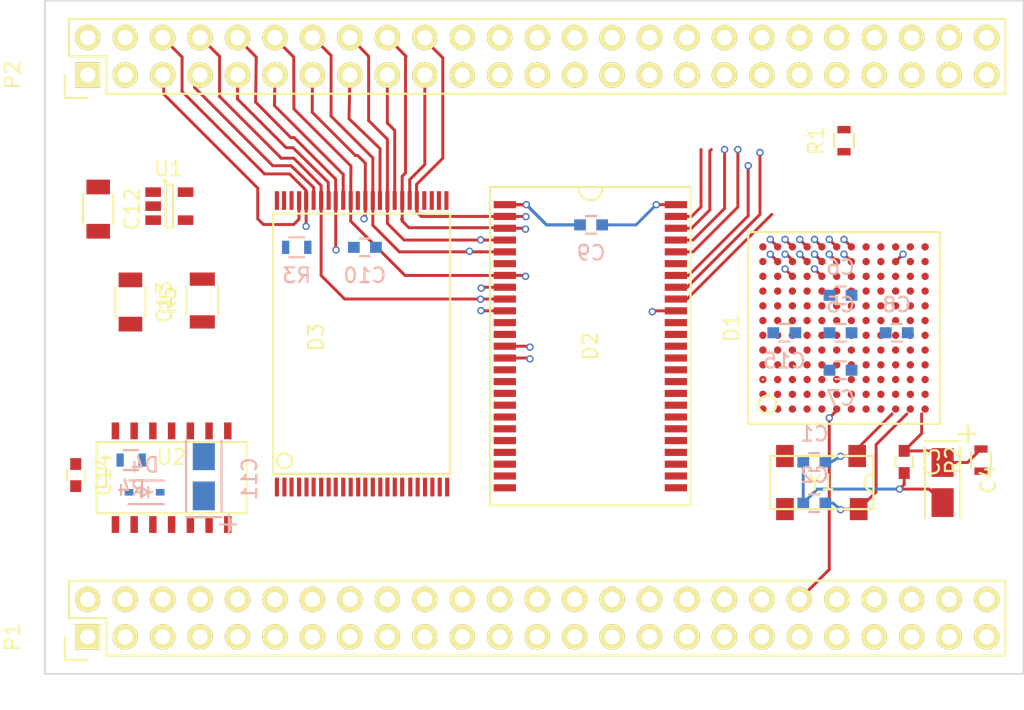
<source format=kicad_pcb>
(kicad_pcb (version 4) (host pcbnew 4.0.2-stable)

  (general
    (links 287)
    (no_connects 238)
    (area 86.465 64.721666 156.220001 113.078333)
    (thickness 1.6)
    (drawings 4)
    (tracks 415)
    (zones 0)
    (modules 29)
    (nets 106)
  )

  (page A4)
  (layers
    (0 F.Cu mixed)
    (1 In1.Cu signal)
    (2 In2.Cu mixed hide)
    (3 In3.Cu power hide)
    (4 In4.Cu power hide)
    (5 In5.Cu signal hide)
    (6 In6.Cu signal hide)
    (31 B.Cu mixed)
    (32 B.Adhes user)
    (33 F.Adhes user)
    (34 B.Paste user)
    (35 F.Paste user)
    (36 B.SilkS user)
    (37 F.SilkS user)
    (38 B.Mask user)
    (39 F.Mask user)
    (40 Dwgs.User user)
    (41 Cmts.User user)
    (42 Eco1.User user)
    (43 Eco2.User user)
    (44 Edge.Cuts user)
    (45 Margin user)
    (46 B.CrtYd user)
    (47 F.CrtYd user)
    (48 B.Fab user hide)
    (49 F.Fab user)
  )

  (setup
    (last_trace_width 0.2)
    (trace_clearance 0.149)
    (zone_clearance 0.508)
    (zone_45_only no)
    (trace_min 0.15)
    (segment_width 0.2)
    (edge_width 0.1)
    (via_size 0.5)
    (via_drill 0.3)
    (via_min_size 0.3)
    (via_min_drill 0.3)
    (uvia_size 0.5)
    (uvia_drill 0.2)
    (uvias_allowed yes)
    (uvia_min_size 0.2)
    (uvia_min_drill 0.2)
    (pcb_text_width 0.3)
    (pcb_text_size 1.5 1.5)
    (mod_edge_width 0.15)
    (mod_text_size 1 1)
    (mod_text_width 0.15)
    (pad_size 1.7272 1.7272)
    (pad_drill 1.016)
    (pad_to_mask_clearance 0)
    (aux_axis_origin 0 0)
    (visible_elements 7FFEFFFF)
    (pcbplotparams
      (layerselection 0x00030_80000001)
      (usegerberextensions false)
      (excludeedgelayer true)
      (linewidth 0.100000)
      (plotframeref false)
      (viasonmask false)
      (mode 1)
      (useauxorigin false)
      (hpglpennumber 1)
      (hpglpenspeed 20)
      (hpglpendiameter 15)
      (hpglpenoverlay 2)
      (psnegative false)
      (psa4output false)
      (plotreference true)
      (plotvalue true)
      (plotinvisibletext false)
      (padsonsilk false)
      (subtractmaskfromsilk false)
      (outputformat 1)
      (mirror false)
      (drillshape 1)
      (scaleselection 1)
      (outputdirectory ""))
  )

  (net 0 "")
  (net 1 "Net-(C1-Pad1)")
  (net 2 "Net-(C2-Pad1)")
  (net 3 "Net-(C3-Pad1)")
  (net 4 VCC)
  (net 5 "Net-(C11-Pad1)")
  (net 6 +3V3)
  (net 7 A16)
  (net 8 A14)
  (net 9 A12)
  (net 10 A9)
  (net 11 A6)
  (net 12 A4)
  (net 13 A2)
  (net 14 A0)
  (net 15 ~RSTIN)
  (net 16 ~DTACK)
  (net 17 A19)
  (net 18 A22)
  (net 19 A23)
  (net 20 SPMRXD)
  (net 21 ~DWE)
  (net 22 TXD)
  (net 23 ~EMUIRQ)
  (net 24 /CPU/D0)
  (net 25 /CPU/D1)
  (net 26 ~OE)
  (net 27 ~UWE)
  (net 28 A1)
  (net 29 A3)
  (net 30 A5)
  (net 31 A8)
  (net 32 A15)
  (net 33 A13)
  (net 34 A11)
  (net 35 A18)
  (net 36 A17)
  (net 37 A10)
  (net 38 A7)
  (net 39 ~LWE)
  (net 40 A21)
  (net 41 A20)
  (net 42 SPMTXD)
  (net 43 /CPU/D4)
  (net 44 /CPU/D3)
  (net 45 /CPU/D6)
  (net 46 /CPU/D5)
  (net 47 /CPU/D2)
  (net 48 SPMCLK)
  (net 49 RXD)
  (net 50 ~CTS)
  (net 51 ~RST)
  (net 52 ~EMUCS)
  (net 53 ~HIZ)
  (net 54 ~EMUBRK)
  (net 55 ~IRQ2)
  (net 56 ~IRQ6)
  (net 57 CLKO)
  (net 58 ~IRQ5)
  (net 59 ~IRQ3)
  (net 60 ~IRQ1)
  (net 61 ~INT2)
  (net 62 LLP)
  (net 63 ~INT3)
  (net 64 ~INT0)
  (net 65 LACD)
  (net 66 LFRM)
  (net 67 ~INT1)
  (net 68 CONTRAST)
  (net 69 LCLK)
  (net 70 /CPU/D9)
  (net 71 /CPU/D8)
  (net 72 /CPU/D7)
  (net 73 /CPU/D11)
  (net 74 /CPU/D10)
  (net 75 /CPU/D12)
  (net 76 /CPU/D13)
  (net 77 /CPU/D14)
  (net 78 /CPU/D15)
  (net 79 LD0)
  (net 80 ~CSA1)
  (net 81 ~CSA0)
  (net 82 LD1)
  (net 83 LD2)
  (net 84 LD3)
  (net 85 PWMO)
  (net 86 TOUT/TIN)
  (net 87 ~CAS1)
  (net 88 ~RAS1)
  (net 89 ~RAS0)
  (net 90 ~CSB0)
  (net 91 ~CSB1)
  (net 92 ~CAS0)
  (net 93 "Net-(D3-Pad15)")
  (net 94 "Net-(D3-Pad47)")
  (net 95 "Net-(P1-Pad29)")
  (net 96 "Net-(P1-Pad30)")
  (net 97 "Net-(P1-Pad42)")
  (net 98 PWRON)
  (net 99 ~RESET)
  (net 100 "Net-(P2-Pad22)")
  (net 101 "Net-(R5-Pad2)")
  (net 102 "Net-(U2-Pad3)")
  (net 103 "Net-(U2-Pad10)")
  (net 104 "Net-(U2-Pad12)")
  (net 105 GND1)

  (net_class Default "Это класс цепей по умолчанию."
    (clearance 0.149)
    (trace_width 0.2)
    (via_dia 0.5)
    (via_drill 0.3)
    (uvia_dia 0.5)
    (uvia_drill 0.2)
    (add_net /CPU/D0)
    (add_net /CPU/D1)
    (add_net /CPU/D10)
    (add_net /CPU/D11)
    (add_net /CPU/D12)
    (add_net /CPU/D13)
    (add_net /CPU/D14)
    (add_net /CPU/D15)
    (add_net /CPU/D2)
    (add_net /CPU/D3)
    (add_net /CPU/D4)
    (add_net /CPU/D5)
    (add_net /CPU/D6)
    (add_net /CPU/D7)
    (add_net /CPU/D8)
    (add_net /CPU/D9)
    (add_net A0)
    (add_net A1)
    (add_net A10)
    (add_net A11)
    (add_net A12)
    (add_net A13)
    (add_net A14)
    (add_net A15)
    (add_net A16)
    (add_net A17)
    (add_net A18)
    (add_net A19)
    (add_net A2)
    (add_net A20)
    (add_net A21)
    (add_net A22)
    (add_net A23)
    (add_net A3)
    (add_net A4)
    (add_net A5)
    (add_net A6)
    (add_net A7)
    (add_net A8)
    (add_net A9)
    (add_net CLKO)
    (add_net CONTRAST)
    (add_net GND1)
    (add_net LACD)
    (add_net LCLK)
    (add_net LD0)
    (add_net LD1)
    (add_net LD2)
    (add_net LD3)
    (add_net LFRM)
    (add_net LLP)
    (add_net "Net-(C1-Pad1)")
    (add_net "Net-(C11-Pad1)")
    (add_net "Net-(C2-Pad1)")
    (add_net "Net-(C3-Pad1)")
    (add_net "Net-(D3-Pad15)")
    (add_net "Net-(D3-Pad47)")
    (add_net "Net-(P1-Pad29)")
    (add_net "Net-(P1-Pad30)")
    (add_net "Net-(P1-Pad42)")
    (add_net "Net-(P2-Pad22)")
    (add_net "Net-(R5-Pad2)")
    (add_net "Net-(U2-Pad10)")
    (add_net "Net-(U2-Pad12)")
    (add_net "Net-(U2-Pad3)")
    (add_net PWMO)
    (add_net PWRON)
    (add_net RXD)
    (add_net SPMCLK)
    (add_net SPMRXD)
    (add_net SPMTXD)
    (add_net TOUT/TIN)
    (add_net TXD)
    (add_net ~CAS0)
    (add_net ~CAS1)
    (add_net ~CSA0)
    (add_net ~CSA1)
    (add_net ~CSB0)
    (add_net ~CSB1)
    (add_net ~CTS)
    (add_net ~DTACK)
    (add_net ~DWE)
    (add_net ~EMUBRK)
    (add_net ~EMUCS)
    (add_net ~EMUIRQ)
    (add_net ~HIZ)
    (add_net ~INT0)
    (add_net ~INT1)
    (add_net ~INT2)
    (add_net ~INT3)
    (add_net ~IRQ1)
    (add_net ~IRQ2)
    (add_net ~IRQ3)
    (add_net ~IRQ5)
    (add_net ~IRQ6)
    (add_net ~LWE)
    (add_net ~OE)
    (add_net ~RAS0)
    (add_net ~RAS1)
    (add_net ~RESET)
    (add_net ~RST)
    (add_net ~RSTIN)
    (add_net ~UWE)
  )

  (net_class Power ""
    (clearance 0.22)
    (trace_width 0.22)
    (via_dia 0.5)
    (via_drill 0.3)
    (uvia_dia 0.5)
    (uvia_drill 0.2)
    (add_net +3V3)
    (add_net VCC)
  )

  (module mc68-k-pc:TSOP_II_50 (layer F.Cu) (tedit 555AD23A) (tstamp 555BA35E)
    (at 126.7968 88.2396 270)
    (path /553D71F1/553F206B)
    (fp_text reference D2 (at 0 0 270) (layer F.SilkS)
      (effects (font (size 1 1) (thickness 0.15)))
    )
    (fp_text value K4E641612D (at 0 -2.2 270) (layer F.Fab)
      (effects (font (size 1 1) (thickness 0.15)))
    )
    (fp_arc (start -10.7 0) (end -10.7 0.8) (angle -180) (layer F.SilkS) (width 0.15))
    (fp_line (start -10.8 -6.8) (end 10.8 -6.8) (layer F.SilkS) (width 0.15))
    (fp_line (start 10.8 -6.8) (end 10.8 6.8) (layer F.SilkS) (width 0.15))
    (fp_line (start 10.8 6.8) (end -10.8 6.8) (layer F.SilkS) (width 0.15))
    (fp_line (start -10.8 6.8) (end -10.8 -6.8) (layer F.SilkS) (width 0.15))
    (pad 26 smd rect (at 9.6 -5.8 270) (size 0.485 1.51) (layers F.Cu F.Paste F.Mask)
      (net 105 GND1))
    (pad 27 smd rect (at 8.8 -5.8 270) (size 0.485 1.51) (layers F.Cu F.Paste F.Mask)
      (net 38 A7))
    (pad 28 smd rect (at 8 -5.8 270) (size 0.485 1.51) (layers F.Cu F.Paste F.Mask)
      (net 31 A8))
    (pad 29 smd rect (at 7.2 -5.8 270) (size 0.485 1.51) (layers F.Cu F.Paste F.Mask)
      (net 10 A9))
    (pad 30 smd rect (at 6.4 -5.8 270) (size 0.485 1.51) (layers F.Cu F.Paste F.Mask)
      (net 37 A10))
    (pad 31 smd rect (at 5.6 -5.8 270) (size 0.485 1.51) (layers F.Cu F.Paste F.Mask)
      (net 34 A11))
    (pad 32 smd rect (at 4.8 -5.8 270) (size 0.485 1.51) (layers F.Cu F.Paste F.Mask)
      (net 9 A12))
    (pad 33 smd rect (at 4 -5.8 270) (size 0.485 1.51) (layers F.Cu F.Paste F.Mask))
    (pad 34 smd rect (at 3.2 -5.8 270) (size 0.485 1.51) (layers F.Cu F.Paste F.Mask))
    (pad 35 smd rect (at 2.4 -5.8 270) (size 0.485 1.51) (layers F.Cu F.Paste F.Mask))
    (pad 36 smd rect (at 1.6 -5.8 270) (size 0.485 1.51) (layers F.Cu F.Paste F.Mask)
      (net 26 ~OE))
    (pad 37 smd rect (at 0.8 -5.8 270) (size 0.485 1.51) (layers F.Cu F.Paste F.Mask)
      (net 87 ~CAS1))
    (pad 38 smd rect (at 0 -5.8 270) (size 0.485 1.51) (layers F.Cu F.Paste F.Mask)
      (net 92 ~CAS0))
    (pad 39 smd rect (at -0.8 -5.8 270) (size 0.485 1.51) (layers F.Cu F.Paste F.Mask)
      (net 105 GND1))
    (pad 40 smd rect (at -1.6 -5.8 270) (size 0.485 1.51) (layers F.Cu F.Paste F.Mask))
    (pad 41 smd rect (at -2.4 -5.8 270) (size 0.485 1.51) (layers F.Cu F.Paste F.Mask)
      (net 71 /CPU/D8))
    (pad 42 smd rect (at -3.2 -5.8 270) (size 0.485 1.51) (layers F.Cu F.Paste F.Mask)
      (net 70 /CPU/D9))
    (pad 43 smd rect (at -4 -5.8 270) (size 0.485 1.51) (layers F.Cu F.Paste F.Mask)
      (net 74 /CPU/D10))
    (pad 44 smd rect (at -4.8 -5.8 270) (size 0.485 1.51) (layers F.Cu F.Paste F.Mask)
      (net 73 /CPU/D11))
    (pad 45 smd rect (at -5.6 -5.8 270) (size 0.485 1.51) (layers F.Cu F.Paste F.Mask)
      (net 105 GND1))
    (pad 46 smd rect (at -6.4 -5.8 270) (size 0.485 1.51) (layers F.Cu F.Paste F.Mask)
      (net 75 /CPU/D12))
    (pad 47 smd rect (at -7.2 -5.8 270) (size 0.485 1.51) (layers F.Cu F.Paste F.Mask)
      (net 76 /CPU/D13))
    (pad 48 smd rect (at -8 -5.8 270) (size 0.485 1.51) (layers F.Cu F.Paste F.Mask)
      (net 77 /CPU/D14))
    (pad 49 smd rect (at -8.8 -5.8 270) (size 0.485 1.51) (layers F.Cu F.Paste F.Mask)
      (net 78 /CPU/D15))
    (pad 50 smd rect (at -9.6 -5.8 270) (size 0.485 1.51) (layers F.Cu F.Paste F.Mask)
      (net 105 GND1))
    (pad 1 smd rect (at -9.6 5.8 270) (size 0.485 1.51) (layers F.Cu F.Paste F.Mask)
      (net 4 VCC))
    (pad 2 smd rect (at -8.8 5.8 270) (size 0.485 1.51) (layers F.Cu F.Paste F.Mask)
      (net 24 /CPU/D0))
    (pad 3 smd rect (at -8 5.8 270) (size 0.485 1.51) (layers F.Cu F.Paste F.Mask)
      (net 25 /CPU/D1))
    (pad 4 smd rect (at -7.2 5.8 270) (size 0.485 1.51) (layers F.Cu F.Paste F.Mask)
      (net 47 /CPU/D2))
    (pad 5 smd rect (at -6.4 5.8 270) (size 0.485 1.51) (layers F.Cu F.Paste F.Mask)
      (net 44 /CPU/D3))
    (pad 6 smd rect (at -5.6 5.8 270) (size 0.485 1.51) (layers F.Cu F.Paste F.Mask)
      (net 4 VCC))
    (pad 7 smd rect (at -4.8 5.8 270) (size 0.485 1.51) (layers F.Cu F.Paste F.Mask)
      (net 43 /CPU/D4))
    (pad 8 smd rect (at -4 5.8 270) (size 0.485 1.51) (layers F.Cu F.Paste F.Mask)
      (net 46 /CPU/D5))
    (pad 9 smd rect (at -3.2 5.8 270) (size 0.485 1.51) (layers F.Cu F.Paste F.Mask)
      (net 45 /CPU/D6))
    (pad 10 smd rect (at -2.4 5.8 270) (size 0.485 1.51) (layers F.Cu F.Paste F.Mask)
      (net 72 /CPU/D7))
    (pad 11 smd rect (at -1.6 5.8 270) (size 0.485 1.51) (layers F.Cu F.Paste F.Mask))
    (pad 12 smd rect (at -0.8 5.8 270) (size 0.485 1.51) (layers F.Cu F.Paste F.Mask)
      (net 4 VCC))
    (pad 13 smd rect (at 0 5.8 270) (size 0.485 1.51) (layers F.Cu F.Paste F.Mask)
      (net 21 ~DWE))
    (pad 14 smd rect (at 0.8 5.8 270) (size 0.485 1.51) (layers F.Cu F.Paste F.Mask)
      (net 89 ~RAS0))
    (pad 15 smd rect (at 1.6 5.8 270) (size 0.485 1.51) (layers F.Cu F.Paste F.Mask))
    (pad 16 smd rect (at 2.4 5.8 270) (size 0.485 1.51) (layers F.Cu F.Paste F.Mask))
    (pad 17 smd rect (at 3.2 5.8 270) (size 0.485 1.51) (layers F.Cu F.Paste F.Mask))
    (pad 18 smd rect (at 4 5.8 270) (size 0.485 1.51) (layers F.Cu F.Paste F.Mask))
    (pad 19 smd rect (at 4.8 5.8 270) (size 0.485 1.51) (layers F.Cu F.Paste F.Mask)
      (net 28 A1))
    (pad 20 smd rect (at 5.6 5.8 270) (size 0.485 1.51) (layers F.Cu F.Paste F.Mask)
      (net 13 A2))
    (pad 21 smd rect (at 6.4 5.8 270) (size 0.485 1.51) (layers F.Cu F.Paste F.Mask)
      (net 29 A3))
    (pad 22 smd rect (at 7.2 5.8 270) (size 0.485 1.51) (layers F.Cu F.Paste F.Mask)
      (net 12 A4))
    (pad 23 smd rect (at 8 5.8 270) (size 0.485 1.51) (layers F.Cu F.Paste F.Mask)
      (net 30 A5))
    (pad 24 smd rect (at 8.8 5.8 270) (size 0.485 1.51) (layers F.Cu F.Paste F.Mask)
      (net 11 A6))
    (pad 25 smd rect (at 9.6 5.8 270) (size 0.485 1.51) (layers F.Cu F.Paste F.Mask)
      (net 4 VCC))
  )

  (module Capacitors_SMD:C_0603 (layer B.Cu) (tedit 5415D631) (tstamp 555BA23B)
    (at 141.986 96.0882 180)
    (descr "Capacitor SMD 0603, reflow soldering, AVX (see smccp.pdf)")
    (tags "capacitor 0603")
    (path /553AB973/553ABBFB)
    (attr smd)
    (fp_text reference C1 (at 0 1.9 180) (layer B.SilkS)
      (effects (font (size 1 1) (thickness 0.15)) (justify mirror))
    )
    (fp_text value 22p (at 0 -1.9 180) (layer B.Fab)
      (effects (font (size 1 1) (thickness 0.15)) (justify mirror))
    )
    (fp_line (start -1.45 0.75) (end 1.45 0.75) (layer B.CrtYd) (width 0.05))
    (fp_line (start -1.45 -0.75) (end 1.45 -0.75) (layer B.CrtYd) (width 0.05))
    (fp_line (start -1.45 0.75) (end -1.45 -0.75) (layer B.CrtYd) (width 0.05))
    (fp_line (start 1.45 0.75) (end 1.45 -0.75) (layer B.CrtYd) (width 0.05))
    (fp_line (start -0.35 0.6) (end 0.35 0.6) (layer B.SilkS) (width 0.15))
    (fp_line (start 0.35 -0.6) (end -0.35 -0.6) (layer B.SilkS) (width 0.15))
    (pad 1 smd rect (at -0.75 0 180) (size 0.8 0.75) (layers B.Cu B.Paste B.Mask)
      (net 1 "Net-(C1-Pad1)"))
    (pad 2 smd rect (at 0.75 0 180) (size 0.8 0.75) (layers B.Cu B.Paste B.Mask)
      (net 105 GND1))
    (model Capacitors_SMD.3dshapes/C_0603.wrl
      (at (xyz 0 0 0))
      (scale (xyz 1 1 1))
      (rotate (xyz 0 0 0))
    )
  )

  (module Capacitors_SMD:C_0603 (layer B.Cu) (tedit 5415D631) (tstamp 555BA241)
    (at 141.986 98.8822 180)
    (descr "Capacitor SMD 0603, reflow soldering, AVX (see smccp.pdf)")
    (tags "capacitor 0603")
    (path /553AB973/553ABC19)
    (attr smd)
    (fp_text reference C2 (at 0 1.9 180) (layer B.SilkS)
      (effects (font (size 1 1) (thickness 0.15)) (justify mirror))
    )
    (fp_text value 22p (at 0 -1.9 180) (layer B.Fab)
      (effects (font (size 1 1) (thickness 0.15)) (justify mirror))
    )
    (fp_line (start -1.45 0.75) (end 1.45 0.75) (layer B.CrtYd) (width 0.05))
    (fp_line (start -1.45 -0.75) (end 1.45 -0.75) (layer B.CrtYd) (width 0.05))
    (fp_line (start -1.45 0.75) (end -1.45 -0.75) (layer B.CrtYd) (width 0.05))
    (fp_line (start 1.45 0.75) (end 1.45 -0.75) (layer B.CrtYd) (width 0.05))
    (fp_line (start -0.35 0.6) (end 0.35 0.6) (layer B.SilkS) (width 0.15))
    (fp_line (start 0.35 -0.6) (end -0.35 -0.6) (layer B.SilkS) (width 0.15))
    (pad 1 smd rect (at -0.75 0 180) (size 0.8 0.75) (layers B.Cu B.Paste B.Mask)
      (net 2 "Net-(C2-Pad1)"))
    (pad 2 smd rect (at 0.75 0 180) (size 0.8 0.75) (layers B.Cu B.Paste B.Mask)
      (net 105 GND1))
    (model Capacitors_SMD.3dshapes/C_0603.wrl
      (at (xyz 0 0 0))
      (scale (xyz 1 1 1))
      (rotate (xyz 0 0 0))
    )
  )

  (module Capacitors_SMD:C_0603 (layer F.Cu) (tedit 5415D631) (tstamp 555BA247)
    (at 148.082 96.0882 270)
    (descr "Capacitor SMD 0603, reflow soldering, AVX (see smccp.pdf)")
    (tags "capacitor 0603")
    (path /553AB973/553ABDC7)
    (attr smd)
    (fp_text reference C3 (at 0 -1.9 270) (layer F.SilkS)
      (effects (font (size 1 1) (thickness 0.15)))
    )
    (fp_text value 0.1uc (at 0 1.9 270) (layer F.Fab)
      (effects (font (size 1 1) (thickness 0.15)))
    )
    (fp_line (start -1.45 -0.75) (end 1.45 -0.75) (layer F.CrtYd) (width 0.05))
    (fp_line (start -1.45 0.75) (end 1.45 0.75) (layer F.CrtYd) (width 0.05))
    (fp_line (start -1.45 -0.75) (end -1.45 0.75) (layer F.CrtYd) (width 0.05))
    (fp_line (start 1.45 -0.75) (end 1.45 0.75) (layer F.CrtYd) (width 0.05))
    (fp_line (start -0.35 -0.6) (end 0.35 -0.6) (layer F.SilkS) (width 0.15))
    (fp_line (start 0.35 0.6) (end -0.35 0.6) (layer F.SilkS) (width 0.15))
    (pad 1 smd rect (at -0.75 0 270) (size 0.8 0.75) (layers F.Cu F.Paste F.Mask)
      (net 3 "Net-(C3-Pad1)"))
    (pad 2 smd rect (at 0.75 0 270) (size 0.8 0.75) (layers F.Cu F.Paste F.Mask)
      (net 105 GND1))
    (model Capacitors_SMD.3dshapes/C_0603.wrl
      (at (xyz 0 0 0))
      (scale (xyz 1 1 1))
      (rotate (xyz 0 0 0))
    )
  )

  (module Capacitors_Tantalum_SMD:TantalC_SizeA_EIA-3216_Reflow (layer F.Cu) (tedit 0) (tstamp 555BA24D)
    (at 150.6855 97.4852 270)
    (descr "Tantal Cap. , Size A, EIA-3216, Reflow,")
    (tags "Tantal Cap. , Size A, EIA-3216, reflow,")
    (path /553AB973/553ABE1B)
    (attr smd)
    (fp_text reference C4 (at -0.20066 -3.0988 270) (layer F.SilkS)
      (effects (font (size 1 1) (thickness 0.15)))
    )
    (fp_text value 4.7uc (at -0.09906 3.0988 270) (layer F.Fab)
      (effects (font (size 1 1) (thickness 0.15)))
    )
    (fp_text user + (at -3.29946 -1.69926 270) (layer F.SilkS)
      (effects (font (size 1 1) (thickness 0.15)))
    )
    (fp_line (start 1.6002 -1.19888) (end 2.4003 -1.19888) (layer F.SilkS) (width 0.15))
    (fp_line (start -1.6002 -1.19888) (end -2.4003 -1.19888) (layer F.SilkS) (width 0.15))
    (fp_line (start -1.6002 1.19888) (end -2.4003 1.19888) (layer F.SilkS) (width 0.15))
    (fp_line (start 1.6002 1.19888) (end 2.4003 1.19888) (layer F.SilkS) (width 0.15))
    (fp_line (start -3.29946 -2.19964) (end -3.29946 -1.09982) (layer F.SilkS) (width 0.15))
    (fp_line (start -3.8989 -1.69926) (end -2.70002 -1.69926) (layer F.SilkS) (width 0.15))
    (fp_line (start -2.79908 -1.19888) (end -2.79908 1.19888) (layer F.SilkS) (width 0.15))
    (fp_line (start 1.6002 -1.19888) (end -1.6002 -1.19888) (layer F.SilkS) (width 0.15))
    (fp_line (start 1.6002 1.19888) (end -1.6002 1.19888) (layer F.SilkS) (width 0.15))
    (pad 2 smd rect (at 1.3589 0 270) (size 1.95072 1.50114) (layers F.Cu F.Paste F.Mask)
      (net 105 GND1))
    (pad 1 smd rect (at -1.3589 0 270) (size 1.95072 1.50114) (layers F.Cu F.Paste F.Mask)
      (net 3 "Net-(C3-Pad1)"))
    (model Capacitors_Tantalum_SMD.3dshapes/TantalC_SizeA_EIA-3216_Reflow.wrl
      (at (xyz 0 0 0))
      (scale (xyz 1 1 1))
      (rotate (xyz 0 0 180))
    )
  )

  (module Capacitors_SMD:C_0603 (layer B.Cu) (tedit 5415D631) (tstamp 555BA253)
    (at 143.764 87.3252 180)
    (descr "Capacitor SMD 0603, reflow soldering, AVX (see smccp.pdf)")
    (tags "capacitor 0603")
    (path /553AB973/553C47BB)
    (attr smd)
    (fp_text reference C5 (at 0 1.9 180) (layer B.SilkS)
      (effects (font (size 1 1) (thickness 0.15)) (justify mirror))
    )
    (fp_text value 0.1uc (at 0 -1.9 180) (layer B.Fab)
      (effects (font (size 1 1) (thickness 0.15)) (justify mirror))
    )
    (fp_line (start -1.45 0.75) (end 1.45 0.75) (layer B.CrtYd) (width 0.05))
    (fp_line (start -1.45 -0.75) (end 1.45 -0.75) (layer B.CrtYd) (width 0.05))
    (fp_line (start -1.45 0.75) (end -1.45 -0.75) (layer B.CrtYd) (width 0.05))
    (fp_line (start 1.45 0.75) (end 1.45 -0.75) (layer B.CrtYd) (width 0.05))
    (fp_line (start -0.35 0.6) (end 0.35 0.6) (layer B.SilkS) (width 0.15))
    (fp_line (start 0.35 -0.6) (end -0.35 -0.6) (layer B.SilkS) (width 0.15))
    (pad 1 smd rect (at -0.75 0 180) (size 0.8 0.75) (layers B.Cu B.Paste B.Mask)
      (net 4 VCC))
    (pad 2 smd rect (at 0.75 0 180) (size 0.8 0.75) (layers B.Cu B.Paste B.Mask)
      (net 105 GND1))
    (model Capacitors_SMD.3dshapes/C_0603.wrl
      (at (xyz 0 0 0))
      (scale (xyz 1 1 1))
      (rotate (xyz 0 0 0))
    )
  )

  (module Capacitors_SMD:C_0603 (layer B.Cu) (tedit 5415D631) (tstamp 555BA259)
    (at 143.764 84.7852 180)
    (descr "Capacitor SMD 0603, reflow soldering, AVX (see smccp.pdf)")
    (tags "capacitor 0603")
    (path /553AB973/553C489E)
    (attr smd)
    (fp_text reference C6 (at 0 1.9 180) (layer B.SilkS)
      (effects (font (size 1 1) (thickness 0.15)) (justify mirror))
    )
    (fp_text value 0.1uc (at 0 -1.9 180) (layer B.Fab)
      (effects (font (size 1 1) (thickness 0.15)) (justify mirror))
    )
    (fp_line (start -1.45 0.75) (end 1.45 0.75) (layer B.CrtYd) (width 0.05))
    (fp_line (start -1.45 -0.75) (end 1.45 -0.75) (layer B.CrtYd) (width 0.05))
    (fp_line (start -1.45 0.75) (end -1.45 -0.75) (layer B.CrtYd) (width 0.05))
    (fp_line (start 1.45 0.75) (end 1.45 -0.75) (layer B.CrtYd) (width 0.05))
    (fp_line (start -0.35 0.6) (end 0.35 0.6) (layer B.SilkS) (width 0.15))
    (fp_line (start 0.35 -0.6) (end -0.35 -0.6) (layer B.SilkS) (width 0.15))
    (pad 1 smd rect (at -0.75 0 180) (size 0.8 0.75) (layers B.Cu B.Paste B.Mask)
      (net 4 VCC))
    (pad 2 smd rect (at 0.75 0 180) (size 0.8 0.75) (layers B.Cu B.Paste B.Mask)
      (net 105 GND1))
    (model Capacitors_SMD.3dshapes/C_0603.wrl
      (at (xyz 0 0 0))
      (scale (xyz 1 1 1))
      (rotate (xyz 0 0 0))
    )
  )

  (module Capacitors_SMD:C_0603 (layer B.Cu) (tedit 5415D631) (tstamp 555BA25F)
    (at 143.764 89.8652)
    (descr "Capacitor SMD 0603, reflow soldering, AVX (see smccp.pdf)")
    (tags "capacitor 0603")
    (path /553AB973/553C48D6)
    (attr smd)
    (fp_text reference C7 (at 0 1.9) (layer B.SilkS)
      (effects (font (size 1 1) (thickness 0.15)) (justify mirror))
    )
    (fp_text value 0.1uc (at 0 -1.9) (layer B.Fab)
      (effects (font (size 1 1) (thickness 0.15)) (justify mirror))
    )
    (fp_line (start -1.45 0.75) (end 1.45 0.75) (layer B.CrtYd) (width 0.05))
    (fp_line (start -1.45 -0.75) (end 1.45 -0.75) (layer B.CrtYd) (width 0.05))
    (fp_line (start -1.45 0.75) (end -1.45 -0.75) (layer B.CrtYd) (width 0.05))
    (fp_line (start 1.45 0.75) (end 1.45 -0.75) (layer B.CrtYd) (width 0.05))
    (fp_line (start -0.35 0.6) (end 0.35 0.6) (layer B.SilkS) (width 0.15))
    (fp_line (start 0.35 -0.6) (end -0.35 -0.6) (layer B.SilkS) (width 0.15))
    (pad 1 smd rect (at -0.75 0) (size 0.8 0.75) (layers B.Cu B.Paste B.Mask)
      (net 4 VCC))
    (pad 2 smd rect (at 0.75 0) (size 0.8 0.75) (layers B.Cu B.Paste B.Mask)
      (net 105 GND1))
    (model Capacitors_SMD.3dshapes/C_0603.wrl
      (at (xyz 0 0 0))
      (scale (xyz 1 1 1))
      (rotate (xyz 0 0 0))
    )
  )

  (module Capacitors_SMD:C_0603 (layer B.Cu) (tedit 5415D631) (tstamp 555BA265)
    (at 147.574 87.3252 180)
    (descr "Capacitor SMD 0603, reflow soldering, AVX (see smccp.pdf)")
    (tags "capacitor 0603")
    (path /553AB973/553C4E84)
    (attr smd)
    (fp_text reference C8 (at 0 1.9 180) (layer B.SilkS)
      (effects (font (size 1 1) (thickness 0.15)) (justify mirror))
    )
    (fp_text value 0.1uc (at 0 -1.9 180) (layer B.Fab)
      (effects (font (size 1 1) (thickness 0.15)) (justify mirror))
    )
    (fp_line (start -1.45 0.75) (end 1.45 0.75) (layer B.CrtYd) (width 0.05))
    (fp_line (start -1.45 -0.75) (end 1.45 -0.75) (layer B.CrtYd) (width 0.05))
    (fp_line (start -1.45 0.75) (end -1.45 -0.75) (layer B.CrtYd) (width 0.05))
    (fp_line (start 1.45 0.75) (end 1.45 -0.75) (layer B.CrtYd) (width 0.05))
    (fp_line (start -0.35 0.6) (end 0.35 0.6) (layer B.SilkS) (width 0.15))
    (fp_line (start 0.35 -0.6) (end -0.35 -0.6) (layer B.SilkS) (width 0.15))
    (pad 1 smd rect (at -0.75 0 180) (size 0.8 0.75) (layers B.Cu B.Paste B.Mask)
      (net 4 VCC))
    (pad 2 smd rect (at 0.75 0 180) (size 0.8 0.75) (layers B.Cu B.Paste B.Mask)
      (net 105 GND1))
    (model Capacitors_SMD.3dshapes/C_0603.wrl
      (at (xyz 0 0 0))
      (scale (xyz 1 1 1))
      (rotate (xyz 0 0 0))
    )
  )

  (module Capacitors_SMD:C_0603 (layer B.Cu) (tedit 5415D631) (tstamp 555BA26B)
    (at 126.8476 80.01)
    (descr "Capacitor SMD 0603, reflow soldering, AVX (see smccp.pdf)")
    (tags "capacitor 0603")
    (path /553D71F1/554158F3)
    (attr smd)
    (fp_text reference C9 (at 0 1.9) (layer B.SilkS)
      (effects (font (size 1 1) (thickness 0.15)) (justify mirror))
    )
    (fp_text value 0.1uc (at 0 -1.9) (layer B.Fab)
      (effects (font (size 1 1) (thickness 0.15)) (justify mirror))
    )
    (fp_line (start -1.45 0.75) (end 1.45 0.75) (layer B.CrtYd) (width 0.05))
    (fp_line (start -1.45 -0.75) (end 1.45 -0.75) (layer B.CrtYd) (width 0.05))
    (fp_line (start -1.45 0.75) (end -1.45 -0.75) (layer B.CrtYd) (width 0.05))
    (fp_line (start 1.45 0.75) (end 1.45 -0.75) (layer B.CrtYd) (width 0.05))
    (fp_line (start -0.35 0.6) (end 0.35 0.6) (layer B.SilkS) (width 0.15))
    (fp_line (start 0.35 -0.6) (end -0.35 -0.6) (layer B.SilkS) (width 0.15))
    (pad 1 smd rect (at -0.75 0) (size 0.8 0.75) (layers B.Cu B.Paste B.Mask)
      (net 4 VCC))
    (pad 2 smd rect (at 0.75 0) (size 0.8 0.75) (layers B.Cu B.Paste B.Mask)
      (net 105 GND1))
    (model Capacitors_SMD.3dshapes/C_0603.wrl
      (at (xyz 0 0 0))
      (scale (xyz 1 1 1))
      (rotate (xyz 0 0 0))
    )
  )

  (module Capacitors_SMD:C_0603 (layer B.Cu) (tedit 5415D631) (tstamp 555BA271)
    (at 111.506 81.534)
    (descr "Capacitor SMD 0603, reflow soldering, AVX (see smccp.pdf)")
    (tags "capacitor 0603")
    (path /553D71F1/55415C8C)
    (attr smd)
    (fp_text reference C10 (at 0 1.9) (layer B.SilkS)
      (effects (font (size 1 1) (thickness 0.15)) (justify mirror))
    )
    (fp_text value 0.1uc (at 0 -1.9) (layer B.Fab)
      (effects (font (size 1 1) (thickness 0.15)) (justify mirror))
    )
    (fp_line (start -1.45 0.75) (end 1.45 0.75) (layer B.CrtYd) (width 0.05))
    (fp_line (start -1.45 -0.75) (end 1.45 -0.75) (layer B.CrtYd) (width 0.05))
    (fp_line (start -1.45 0.75) (end -1.45 -0.75) (layer B.CrtYd) (width 0.05))
    (fp_line (start 1.45 0.75) (end 1.45 -0.75) (layer B.CrtYd) (width 0.05))
    (fp_line (start -0.35 0.6) (end 0.35 0.6) (layer B.SilkS) (width 0.15))
    (fp_line (start 0.35 -0.6) (end -0.35 -0.6) (layer B.SilkS) (width 0.15))
    (pad 1 smd rect (at -0.75 0) (size 0.8 0.75) (layers B.Cu B.Paste B.Mask)
      (net 4 VCC))
    (pad 2 smd rect (at 0.75 0) (size 0.8 0.75) (layers B.Cu B.Paste B.Mask)
      (net 105 GND1))
    (model Capacitors_SMD.3dshapes/C_0603.wrl
      (at (xyz 0 0 0))
      (scale (xyz 1 1 1))
      (rotate (xyz 0 0 0))
    )
  )

  (module Capacitors_Tantalum_SMD:TantalC_SizeA_EIA-3216_Reflow (layer B.Cu) (tedit 0) (tstamp 555BA277)
    (at 100.584 97.028 90)
    (descr "Tantal Cap. , Size A, EIA-3216, Reflow,")
    (tags "Tantal Cap. , Size A, EIA-3216, reflow,")
    (path /554AF685/5553C5B7)
    (attr smd)
    (fp_text reference C11 (at -0.20066 3.0988 90) (layer B.SilkS)
      (effects (font (size 1 1) (thickness 0.15)) (justify mirror))
    )
    (fp_text value 4.7uc (at -0.09906 -3.0988 90) (layer B.Fab)
      (effects (font (size 1 1) (thickness 0.15)) (justify mirror))
    )
    (fp_text user + (at -3.29946 1.69926 90) (layer B.SilkS)
      (effects (font (size 1 1) (thickness 0.15)) (justify mirror))
    )
    (fp_line (start 1.6002 1.19888) (end 2.4003 1.19888) (layer B.SilkS) (width 0.15))
    (fp_line (start -1.6002 1.19888) (end -2.4003 1.19888) (layer B.SilkS) (width 0.15))
    (fp_line (start -1.6002 -1.19888) (end -2.4003 -1.19888) (layer B.SilkS) (width 0.15))
    (fp_line (start 1.6002 -1.19888) (end 2.4003 -1.19888) (layer B.SilkS) (width 0.15))
    (fp_line (start -3.29946 2.19964) (end -3.29946 1.09982) (layer B.SilkS) (width 0.15))
    (fp_line (start -3.8989 1.69926) (end -2.70002 1.69926) (layer B.SilkS) (width 0.15))
    (fp_line (start -2.79908 1.19888) (end -2.79908 -1.19888) (layer B.SilkS) (width 0.15))
    (fp_line (start 1.6002 1.19888) (end -1.6002 1.19888) (layer B.SilkS) (width 0.15))
    (fp_line (start 1.6002 -1.19888) (end -1.6002 -1.19888) (layer B.SilkS) (width 0.15))
    (pad 2 smd rect (at 1.3589 0 90) (size 1.95072 1.50114) (layers B.Cu B.Paste B.Mask)
      (net 105 GND1))
    (pad 1 smd rect (at -1.3589 0 90) (size 1.95072 1.50114) (layers B.Cu B.Paste B.Mask)
      (net 5 "Net-(C11-Pad1)"))
    (model Capacitors_Tantalum_SMD.3dshapes/TantalC_SizeA_EIA-3216_Reflow.wrl
      (at (xyz 0 0 0))
      (scale (xyz 1 1 1))
      (rotate (xyz 0 0 180))
    )
  )

  (module Capacitors_SMD:C_1206 (layer F.Cu) (tedit 5415D7BD) (tstamp 555BA27D)
    (at 93.4212 78.9432 270)
    (descr "Capacitor SMD 1206, reflow soldering, AVX (see smccp.pdf)")
    (tags "capacitor 1206")
    (path /554AF685/55526479)
    (attr smd)
    (fp_text reference C12 (at 0 -2.3 270) (layer F.SilkS)
      (effects (font (size 1 1) (thickness 0.15)))
    )
    (fp_text value 1uc (at 0 2.3 270) (layer F.Fab)
      (effects (font (size 1 1) (thickness 0.15)))
    )
    (fp_line (start -2.3 -1.15) (end 2.3 -1.15) (layer F.CrtYd) (width 0.05))
    (fp_line (start -2.3 1.15) (end 2.3 1.15) (layer F.CrtYd) (width 0.05))
    (fp_line (start -2.3 -1.15) (end -2.3 1.15) (layer F.CrtYd) (width 0.05))
    (fp_line (start 2.3 -1.15) (end 2.3 1.15) (layer F.CrtYd) (width 0.05))
    (fp_line (start 1 -1.025) (end -1 -1.025) (layer F.SilkS) (width 0.15))
    (fp_line (start -1 1.025) (end 1 1.025) (layer F.SilkS) (width 0.15))
    (pad 1 smd rect (at -1.5 0 270) (size 1 1.6) (layers F.Cu F.Paste F.Mask)
      (net 6 +3V3))
    (pad 2 smd rect (at 1.5 0 270) (size 1 1.6) (layers F.Cu F.Paste F.Mask)
      (net 105 GND1))
    (model Capacitors_SMD.3dshapes/C_1206.wrl
      (at (xyz 0 0 0))
      (scale (xyz 1 1 1))
      (rotate (xyz 0 0 0))
    )
  )

  (module Capacitors_SMD:C_1206 (layer F.Cu) (tedit 5415D7BD) (tstamp 555BA283)
    (at 95.6056 85.2424 270)
    (descr "Capacitor SMD 1206, reflow soldering, AVX (see smccp.pdf)")
    (tags "capacitor 1206")
    (path /554AF685/555263C4)
    (attr smd)
    (fp_text reference C13 (at 0 -2.3 270) (layer F.SilkS)
      (effects (font (size 1 1) (thickness 0.15)))
    )
    (fp_text value 1uc (at 0 2.3 270) (layer F.Fab)
      (effects (font (size 1 1) (thickness 0.15)))
    )
    (fp_line (start -2.3 -1.15) (end 2.3 -1.15) (layer F.CrtYd) (width 0.05))
    (fp_line (start -2.3 1.15) (end 2.3 1.15) (layer F.CrtYd) (width 0.05))
    (fp_line (start -2.3 -1.15) (end -2.3 1.15) (layer F.CrtYd) (width 0.05))
    (fp_line (start 2.3 -1.15) (end 2.3 1.15) (layer F.CrtYd) (width 0.05))
    (fp_line (start 1 -1.025) (end -1 -1.025) (layer F.SilkS) (width 0.15))
    (fp_line (start -1 1.025) (end 1 1.025) (layer F.SilkS) (width 0.15))
    (pad 1 smd rect (at -1.5 0 270) (size 1 1.6) (layers F.Cu F.Paste F.Mask)
      (net 4 VCC))
    (pad 2 smd rect (at 1.5 0 270) (size 1 1.6) (layers F.Cu F.Paste F.Mask)
      (net 105 GND1))
    (model Capacitors_SMD.3dshapes/C_1206.wrl
      (at (xyz 0 0 0))
      (scale (xyz 1 1 1))
      (rotate (xyz 0 0 0))
    )
  )

  (module Capacitors_SMD:C_0603 (layer F.Cu) (tedit 5415D631) (tstamp 555BA289)
    (at 91.8972 96.9772 270)
    (descr "Capacitor SMD 0603, reflow soldering, AVX (see smccp.pdf)")
    (tags "capacitor 0603")
    (path /554AF685/55540D5A)
    (attr smd)
    (fp_text reference C14 (at 0 -1.9 270) (layer F.SilkS)
      (effects (font (size 1 1) (thickness 0.15)))
    )
    (fp_text value 0.1uc (at 0 1.9 270) (layer F.Fab)
      (effects (font (size 1 1) (thickness 0.15)))
    )
    (fp_line (start -1.45 -0.75) (end 1.45 -0.75) (layer F.CrtYd) (width 0.05))
    (fp_line (start -1.45 0.75) (end 1.45 0.75) (layer F.CrtYd) (width 0.05))
    (fp_line (start -1.45 -0.75) (end -1.45 0.75) (layer F.CrtYd) (width 0.05))
    (fp_line (start 1.45 -0.75) (end 1.45 0.75) (layer F.CrtYd) (width 0.05))
    (fp_line (start -0.35 -0.6) (end 0.35 -0.6) (layer F.SilkS) (width 0.15))
    (fp_line (start 0.35 0.6) (end -0.35 0.6) (layer F.SilkS) (width 0.15))
    (pad 1 smd rect (at -0.75 0 270) (size 0.8 0.75) (layers F.Cu F.Paste F.Mask)
      (net 4 VCC))
    (pad 2 smd rect (at 0.75 0 270) (size 0.8 0.75) (layers F.Cu F.Paste F.Mask)
      (net 105 GND1))
    (model Capacitors_SMD.3dshapes/C_0603.wrl
      (at (xyz 0 0 0))
      (scale (xyz 1 1 1))
      (rotate (xyz 0 0 0))
    )
  )

  (module Capacitors_SMD:C_0603 (layer B.Cu) (tedit 5415D631) (tstamp 555BA28F)
    (at 139.954 87.3252)
    (descr "Capacitor SMD 0603, reflow soldering, AVX (see smccp.pdf)")
    (tags "capacitor 0603")
    (path /553AB973/555A4594)
    (attr smd)
    (fp_text reference C15 (at 0 1.9) (layer B.SilkS)
      (effects (font (size 1 1) (thickness 0.15)) (justify mirror))
    )
    (fp_text value 0.1uc (at 0 -1.9) (layer B.Fab)
      (effects (font (size 1 1) (thickness 0.15)) (justify mirror))
    )
    (fp_line (start -1.45 0.75) (end 1.45 0.75) (layer B.CrtYd) (width 0.05))
    (fp_line (start -1.45 -0.75) (end 1.45 -0.75) (layer B.CrtYd) (width 0.05))
    (fp_line (start -1.45 0.75) (end -1.45 -0.75) (layer B.CrtYd) (width 0.05))
    (fp_line (start 1.45 0.75) (end 1.45 -0.75) (layer B.CrtYd) (width 0.05))
    (fp_line (start -0.35 0.6) (end 0.35 0.6) (layer B.SilkS) (width 0.15))
    (fp_line (start 0.35 -0.6) (end -0.35 -0.6) (layer B.SilkS) (width 0.15))
    (pad 1 smd rect (at -0.75 0) (size 0.8 0.75) (layers B.Cu B.Paste B.Mask)
      (net 4 VCC))
    (pad 2 smd rect (at 0.75 0) (size 0.8 0.75) (layers B.Cu B.Paste B.Mask)
      (net 105 GND1))
    (model Capacitors_SMD.3dshapes/C_0603.wrl
      (at (xyz 0 0 0))
      (scale (xyz 1 1 1))
      (rotate (xyz 0 0 0))
    )
  )

  (module SMD_Packages:BGA-144-1mm (layer F.Cu) (tedit 0) (tstamp 555BA323)
    (at 144 87 90)
    (descr BGA-144-1mm)
    (path /553AB973/553AB9A2)
    (attr smd)
    (fp_text reference D1 (at 0 -7.62 90) (layer F.SilkS)
      (effects (font (size 1 1) (thickness 0.15)))
    )
    (fp_text value MC68EZ328 (at 0 7.62 90) (layer F.Fab)
      (effects (font (size 1 1) (thickness 0.15)))
    )
    (fp_circle (center -5.19938 -5.19938) (end -5.19938 -5.79882) (layer F.SilkS) (width 0.15))
    (fp_line (start -6.49986 0) (end -6.49986 -6.49986) (layer F.SilkS) (width 0.15))
    (fp_line (start -6.49986 -6.49986) (end 6.49986 -6.49986) (layer F.SilkS) (width 0.15))
    (fp_line (start 6.49986 -6.49986) (end 6.49986 6.49986) (layer F.SilkS) (width 0.15))
    (fp_line (start 6.49986 6.49986) (end -6.49986 6.49986) (layer F.SilkS) (width 0.15))
    (fp_line (start -6.49986 6.49986) (end -6.49986 0) (layer F.SilkS) (width 0.15))
    (fp_line (start -3.50012 -5.50164) (end -3.48996 -5.50164) (layer F.SilkS) (width 0.15))
    (pad A1 smd circle (at -5.50164 -5.50164 90) (size 0.50038 0.50038) (layers F.Cu F.Paste F.Mask)
      (net 7 A16))
    (pad A2 smd circle (at -4.50088 -5.50164 90) (size 0.50038 0.50038) (layers F.Cu F.Paste F.Mask)
      (net 8 A14))
    (pad A3 smd circle (at -3.50012 -5.50164 90) (size 0.50038 0.50038) (layers F.Cu F.Paste F.Mask)
      (net 4 VCC))
    (pad A4 smd circle (at -2.5019 -5.50164 90) (size 0.50038 0.50038) (layers F.Cu F.Paste F.Mask)
      (net 9 A12))
    (pad A5 smd circle (at -1.50114 -5.50164 90) (size 0.50038 0.50038) (layers F.Cu F.Paste F.Mask)
      (net 10 A9))
    (pad A6 smd circle (at -0.50038 -5.50164 90) (size 0.50038 0.50038) (layers F.Cu F.Paste F.Mask)
      (net 11 A6))
    (pad A7 smd circle (at 0.49784 -5.50164 90) (size 0.50038 0.50038) (layers F.Cu F.Paste F.Mask)
      (net 12 A4))
    (pad A8 smd circle (at 1.4986 -5.50164 90) (size 0.50038 0.50038) (layers F.Cu F.Paste F.Mask)
      (net 13 A2))
    (pad A9 smd circle (at 2.49936 -5.50164 90) (size 0.50038 0.50038) (layers F.Cu F.Paste F.Mask)
      (net 14 A0))
    (pad A10 smd circle (at 3.50012 -5.50164 90) (size 0.50038 0.50038) (layers F.Cu F.Paste F.Mask)
      (net 4 VCC))
    (pad A11 smd circle (at 4.49834 -5.50164 90) (size 0.50038 0.50038) (layers F.Cu F.Paste F.Mask)
      (net 15 ~RSTIN))
    (pad A12 smd circle (at 5.4991 -5.50164 90) (size 0.50038 0.50038) (layers F.Cu F.Paste F.Mask)
      (net 16 ~DTACK))
    (pad B1 smd circle (at -5.50164 -4.50088 90) (size 0.50038 0.50038) (layers F.Cu F.Paste F.Mask)
      (net 17 A19))
    (pad C1 smd circle (at -5.50164 -3.50012 90) (size 0.50038 0.50038) (layers F.Cu F.Paste F.Mask)
      (net 18 A22))
    (pad D1 smd circle (at -5.50164 -2.5019 90) (size 0.50038 0.50038) (layers F.Cu F.Paste F.Mask)
      (net 19 A23))
    (pad E1 smd circle (at -5.50164 -1.50114 90) (size 0.50038 0.50038) (layers F.Cu F.Paste F.Mask)
      (net 20 SPMRXD))
    (pad F1 smd circle (at -5.50164 -0.50038 90) (size 0.50038 0.50038) (layers F.Cu F.Paste F.Mask)
      (net 21 ~DWE))
    (pad G1 smd circle (at -5.50164 0.49784 90) (size 0.50038 0.50038) (layers F.Cu F.Paste F.Mask)
      (net 22 TXD))
    (pad H1 smd circle (at -5.50164 1.4986 90) (size 0.50038 0.50038) (layers F.Cu F.Paste F.Mask)
      (net 4 VCC))
    (pad J1 smd circle (at -5.50164 2.49936 90) (size 0.50038 0.50038) (layers F.Cu F.Paste F.Mask)
      (net 23 ~EMUIRQ))
    (pad B12 smd circle (at 5.4991 -4.50088 90) (size 0.50038 0.50038) (layers F.Cu F.Paste F.Mask)
      (net 24 /CPU/D0))
    (pad B11 smd circle (at 4.49834 -4.50088 90) (size 0.50038 0.50038) (layers F.Cu F.Paste F.Mask)
      (net 25 /CPU/D1))
    (pad B10 smd circle (at 3.50012 -4.50088 90) (size 0.50038 0.50038) (layers F.Cu F.Paste F.Mask)
      (net 26 ~OE))
    (pad B9 smd circle (at 2.49936 -4.50088 90) (size 0.50038 0.50038) (layers F.Cu F.Paste F.Mask)
      (net 27 ~UWE))
    (pad B8 smd circle (at 1.4986 -4.50088 90) (size 0.50038 0.50038) (layers F.Cu F.Paste F.Mask)
      (net 28 A1))
    (pad B7 smd circle (at 0.49784 -4.50088 90) (size 0.50038 0.50038) (layers F.Cu F.Paste F.Mask)
      (net 29 A3))
    (pad B6 smd circle (at -0.50038 -4.50088 90) (size 0.50038 0.50038) (layers F.Cu F.Paste F.Mask)
      (net 30 A5))
    (pad B5 smd circle (at -1.50114 -4.50088 90) (size 0.50038 0.50038) (layers F.Cu F.Paste F.Mask)
      (net 31 A8))
    (pad B2 smd circle (at -4.50088 -4.50088 90) (size 0.50038 0.50038) (layers F.Cu F.Paste F.Mask)
      (net 32 A15))
    (pad B3 smd circle (at -3.50012 -4.50088 90) (size 0.50038 0.50038) (layers F.Cu F.Paste F.Mask)
      (net 33 A13))
    (pad B4 smd circle (at -2.5019 -4.50088 90) (size 0.50038 0.50038) (layers F.Cu F.Paste F.Mask)
      (net 34 A11))
    (pad C2 smd circle (at -4.50088 -3.50012 90) (size 0.50038 0.50038) (layers F.Cu F.Paste F.Mask)
      (net 35 A18))
    (pad C3 smd circle (at -3.50012 -3.50012 90) (size 0.50038 0.50038) (layers F.Cu F.Paste F.Mask)
      (net 36 A17))
    (pad C4 smd circle (at -2.5019 -3.50012 90) (size 0.50038 0.50038) (layers F.Cu F.Paste F.Mask)
      (net 37 A10))
    (pad C5 smd circle (at -1.50114 -3.50012 90) (size 0.50038 0.50038) (layers F.Cu F.Paste F.Mask)
      (net 38 A7))
    (pad C6 smd circle (at -0.50038 -3.50012 90) (size 0.50038 0.50038) (layers F.Cu F.Paste F.Mask)
      (net 105 GND1))
    (pad C7 smd circle (at 0.49784 -3.50012 90) (size 0.50038 0.50038) (layers F.Cu F.Paste F.Mask)
      (net 105 GND1))
    (pad C8 smd circle (at 1.4986 -3.50012 90) (size 0.50038 0.50038) (layers F.Cu F.Paste F.Mask)
      (net 105 GND1))
    (pad C9 smd circle (at 2.49936 -3.50012 90) (size 0.50038 0.50038) (layers F.Cu F.Paste F.Mask)
      (net 39 ~LWE))
    (pad D2 smd circle (at -4.50088 -2.5019 90) (size 0.50038 0.50038) (layers F.Cu F.Paste F.Mask)
      (net 40 A21))
    (pad D3 smd circle (at -3.50012 -2.5019 90) (size 0.50038 0.50038) (layers F.Cu F.Paste F.Mask)
      (net 41 A20))
    (pad D4 smd circle (at -2.5019 -2.5019 90) (size 0.50038 0.50038) (layers F.Cu F.Paste F.Mask)
      (net 105 GND1))
    (pad D5 smd circle (at -1.50114 -2.5019 90) (size 0.50038 0.50038) (layers F.Cu F.Paste F.Mask)
      (net 105 GND1))
    (pad D6 smd circle (at -0.50038 -2.5019 90) (size 0.50038 0.50038) (layers F.Cu F.Paste F.Mask)
      (net 105 GND1))
    (pad D7 smd circle (at 0.49784 -2.5019 90) (size 0.50038 0.50038) (layers F.Cu F.Paste F.Mask)
      (net 105 GND1))
    (pad D8 smd circle (at 1.4986 -2.5019 90) (size 0.50038 0.50038) (layers F.Cu F.Paste F.Mask)
      (net 105 GND1))
    (pad D9 smd circle (at 2.49936 -2.5019 90) (size 0.50038 0.50038) (layers F.Cu F.Paste F.Mask)
      (net 105 GND1))
    (pad E2 smd circle (at -4.50088 -1.50114 90) (size 0.50038 0.50038) (layers F.Cu F.Paste F.Mask)
      (net 42 SPMTXD))
    (pad E3 smd circle (at -3.50012 -1.50114 90) (size 0.50038 0.50038) (layers F.Cu F.Paste F.Mask)
      (net 105 GND1))
    (pad E4 smd circle (at -2.5019 -1.50114 90) (size 0.50038 0.50038) (layers F.Cu F.Paste F.Mask)
      (net 105 GND1))
    (pad C10 smd circle (at 3.50012 -3.50012 90) (size 0.50038 0.50038) (layers F.Cu F.Paste F.Mask)
      (net 43 /CPU/D4))
    (pad D10 smd circle (at 3.50012 -2.5019 90) (size 0.50038 0.50038) (layers F.Cu F.Paste F.Mask)
      (net 105 GND1))
    (pad C11 smd circle (at 4.49834 -3.50012 90) (size 0.50038 0.50038) (layers F.Cu F.Paste F.Mask)
      (net 44 /CPU/D3))
    (pad D11 smd circle (at 4.49834 -2.5019 90) (size 0.50038 0.50038) (layers F.Cu F.Paste F.Mask)
      (net 45 /CPU/D6))
    (pad D12 smd circle (at 5.4991 -2.5019 90) (size 0.50038 0.50038) (layers F.Cu F.Paste F.Mask)
      (net 46 /CPU/D5))
    (pad C12 smd circle (at 5.4991 -3.50012 90) (size 0.50038 0.50038) (layers F.Cu F.Paste F.Mask)
      (net 47 /CPU/D2))
    (pad F2 smd circle (at -4.50088 -0.50038 90) (size 0.50038 0.50038) (layers F.Cu F.Paste F.Mask)
      (net 48 SPMCLK))
    (pad F3 smd circle (at -3.50012 -0.50038 90) (size 0.50038 0.50038) (layers F.Cu F.Paste F.Mask)
      (net 105 GND1))
    (pad F4 smd circle (at -2.5019 -0.50038 90) (size 0.50038 0.50038) (layers F.Cu F.Paste F.Mask)
      (net 105 GND1))
    (pad G4 smd circle (at -2.5019 0.49784 90) (size 0.50038 0.50038) (layers F.Cu F.Paste F.Mask)
      (net 105 GND1))
    (pad G3 smd circle (at -3.50012 0.49784 90) (size 0.50038 0.50038) (layers F.Cu F.Paste F.Mask)
      (net 105 GND1))
    (pad G2 smd circle (at -4.50088 0.49784 90) (size 0.50038 0.50038) (layers F.Cu F.Paste F.Mask)
      (net 49 RXD))
    (pad H2 smd circle (at -4.50088 1.4986 90) (size 0.50038 0.50038) (layers F.Cu F.Paste F.Mask)
      (net 50 ~CTS))
    (pad H3 smd circle (at -3.50012 1.4986 90) (size 0.50038 0.50038) (layers F.Cu F.Paste F.Mask)
      (net 51 ~RST))
    (pad H4 smd circle (at -2.5019 1.4986 90) (size 0.50038 0.50038) (layers F.Cu F.Paste F.Mask)
      (net 105 GND1))
    (pad J4 smd circle (at -2.5019 2.49936 90) (size 0.50038 0.50038) (layers F.Cu F.Paste F.Mask)
      (net 105 GND1))
    (pad J3 smd circle (at -3.50012 2.49936 90) (size 0.50038 0.50038) (layers F.Cu F.Paste F.Mask)
      (net 52 ~EMUCS))
    (pad J2 smd circle (at -4.50088 2.49936 90) (size 0.50038 0.50038) (layers F.Cu F.Paste F.Mask)
      (net 53 ~HIZ))
    (pad K1 smd circle (at -5.50164 3.50012 90) (size 0.50038 0.50038) (layers F.Cu F.Paste F.Mask)
      (net 1 "Net-(C1-Pad1)"))
    (pad K2 smd circle (at -4.50088 3.50012 90) (size 0.50038 0.50038) (layers F.Cu F.Paste F.Mask)
      (net 54 ~EMUBRK))
    (pad K3 smd circle (at -3.50012 3.50012 90) (size 0.50038 0.50038) (layers F.Cu F.Paste F.Mask)
      (net 105 GND1))
    (pad K4 smd circle (at -2.5019 3.50012 90) (size 0.50038 0.50038) (layers F.Cu F.Paste F.Mask)
      (net 105 GND1))
    (pad L4 smd circle (at -2.5019 4.49834 90) (size 0.50038 0.50038) (layers F.Cu F.Paste F.Mask)
      (net 55 ~IRQ2))
    (pad L3 smd circle (at -3.50012 4.49834 90) (size 0.50038 0.50038) (layers F.Cu F.Paste F.Mask)
      (net 56 ~IRQ6))
    (pad L2 smd circle (at -4.50088 4.49834 90) (size 0.50038 0.50038) (layers F.Cu F.Paste F.Mask)
      (net 57 CLKO))
    (pad L1 smd circle (at -5.50164 4.49834 90) (size 0.50038 0.50038) (layers F.Cu F.Paste F.Mask)
      (net 2 "Net-(C2-Pad1)"))
    (pad M1 smd circle (at -5.50164 5.4991 90) (size 0.50038 0.50038) (layers F.Cu F.Paste F.Mask)
      (net 3 "Net-(C3-Pad1)"))
    (pad M2 smd circle (at -4.50088 5.4991 90) (size 0.50038 0.50038) (layers F.Cu F.Paste F.Mask)
      (net 58 ~IRQ5))
    (pad M3 smd circle (at -3.50012 5.4991 90) (size 0.50038 0.50038) (layers F.Cu F.Paste F.Mask)
      (net 59 ~IRQ3))
    (pad M4 smd circle (at -2.5019 5.4991 90) (size 0.50038 0.50038) (layers F.Cu F.Paste F.Mask)
      (net 60 ~IRQ1))
    (pad E8 smd circle (at 1.4986 -1.50114 90) (size 0.50038 0.50038) (layers F.Cu F.Paste F.Mask)
      (net 105 GND1))
    (pad E7 smd circle (at 0.49784 -1.50114 90) (size 0.50038 0.50038) (layers F.Cu F.Paste F.Mask)
      (net 105 GND1))
    (pad E6 smd circle (at -0.50038 -1.50114 90) (size 0.50038 0.50038) (layers F.Cu F.Paste F.Mask)
      (net 105 GND1))
    (pad E5 smd circle (at -1.50114 -1.50114 90) (size 0.50038 0.50038) (layers F.Cu F.Paste F.Mask)
      (net 105 GND1))
    (pad F5 smd circle (at -1.50114 -0.50038 90) (size 0.50038 0.50038) (layers F.Cu F.Paste F.Mask)
      (net 105 GND1))
    (pad F6 smd circle (at -0.50038 -0.50038 90) (size 0.50038 0.50038) (layers F.Cu F.Paste F.Mask)
      (net 105 GND1))
    (pad F7 smd circle (at 0.49784 -0.50038 90) (size 0.50038 0.50038) (layers F.Cu F.Paste F.Mask)
      (net 105 GND1))
    (pad F8 smd circle (at 1.4986 -0.50038 90) (size 0.50038 0.50038) (layers F.Cu F.Paste F.Mask)
      (net 105 GND1))
    (pad G5 smd circle (at -1.50114 0.49784 90) (size 0.50038 0.50038) (layers F.Cu F.Paste F.Mask)
      (net 105 GND1))
    (pad G6 smd circle (at -0.50038 0.49784 90) (size 0.50038 0.50038) (layers F.Cu F.Paste F.Mask)
      (net 105 GND1))
    (pad G7 smd circle (at 0.49784 0.49784 90) (size 0.50038 0.50038) (layers F.Cu F.Paste F.Mask)
      (net 105 GND1))
    (pad G8 smd circle (at 1.4986 0.49784 90) (size 0.50038 0.50038) (layers F.Cu F.Paste F.Mask)
      (net 105 GND1))
    (pad H5 smd circle (at -1.50114 1.4986 90) (size 0.50038 0.50038) (layers F.Cu F.Paste F.Mask)
      (net 105 GND1))
    (pad H6 smd circle (at -0.50038 1.4986 90) (size 0.50038 0.50038) (layers F.Cu F.Paste F.Mask)
      (net 105 GND1))
    (pad H7 smd circle (at 0.49784 1.4986 90) (size 0.50038 0.50038) (layers F.Cu F.Paste F.Mask)
      (net 105 GND1))
    (pad H8 smd circle (at 1.4986 1.4986 90) (size 0.50038 0.50038) (layers F.Cu F.Paste F.Mask)
      (net 105 GND1))
    (pad J5 smd circle (at -1.50114 2.49936 90) (size 0.50038 0.50038) (layers F.Cu F.Paste F.Mask)
      (net 105 GND1))
    (pad J6 smd circle (at -0.50038 2.49936 90) (size 0.50038 0.50038) (layers F.Cu F.Paste F.Mask)
      (net 105 GND1))
    (pad J7 smd circle (at 0.49784 2.49936 90) (size 0.50038 0.50038) (layers F.Cu F.Paste F.Mask)
      (net 105 GND1))
    (pad J8 smd circle (at 1.4986 2.49936 90) (size 0.50038 0.50038) (layers F.Cu F.Paste F.Mask)
      (net 105 GND1))
    (pad K5 smd circle (at -1.50114 3.50012 90) (size 0.50038 0.50038) (layers F.Cu F.Paste F.Mask)
      (net 61 ~INT2))
    (pad K6 smd circle (at -0.50038 3.50012 90) (size 0.50038 0.50038) (layers F.Cu F.Paste F.Mask)
      (net 105 GND1))
    (pad K7 smd circle (at 0.49784 3.50012 90) (size 0.50038 0.50038) (layers F.Cu F.Paste F.Mask)
      (net 105 GND1))
    (pad K8 smd circle (at 1.4986 3.50012 90) (size 0.50038 0.50038) (layers F.Cu F.Paste F.Mask)
      (net 62 LLP))
    (pad L5 smd circle (at -1.50114 4.49834 90) (size 0.50038 0.50038) (layers F.Cu F.Paste F.Mask)
      (net 63 ~INT3))
    (pad L6 smd circle (at -0.50038 4.49834 90) (size 0.50038 0.50038) (layers F.Cu F.Paste F.Mask)
      (net 64 ~INT0))
    (pad L7 smd circle (at 0.49784 4.49834 90) (size 0.50038 0.50038) (layers F.Cu F.Paste F.Mask)
      (net 65 LACD))
    (pad L8 smd circle (at 1.4986 4.49834 90) (size 0.50038 0.50038) (layers F.Cu F.Paste F.Mask)
      (net 66 LFRM))
    (pad M5 smd circle (at -1.50114 5.4991 90) (size 0.50038 0.50038) (layers F.Cu F.Paste F.Mask)
      (net 67 ~INT1))
    (pad M6 smd circle (at -0.50038 5.4991 90) (size 0.50038 0.50038) (layers F.Cu F.Paste F.Mask)
      (net 68 CONTRAST))
    (pad M7 smd circle (at 0.49784 5.4991 90) (size 0.50038 0.50038) (layers F.Cu F.Paste F.Mask)
      (net 69 LCLK))
    (pad M8 smd circle (at 1.4986 5.4991 90) (size 0.50038 0.50038) (layers F.Cu F.Paste F.Mask)
      (net 4 VCC))
    (pad E9 smd circle (at 2.49936 -1.50114 90) (size 0.50038 0.50038) (layers F.Cu F.Paste F.Mask)
      (net 105 GND1))
    (pad E10 smd circle (at 3.50012 -1.50114 90) (size 0.50038 0.50038) (layers F.Cu F.Paste F.Mask)
      (net 70 /CPU/D9))
    (pad E11 smd circle (at 4.49834 -1.50114 90) (size 0.50038 0.50038) (layers F.Cu F.Paste F.Mask)
      (net 71 /CPU/D8))
    (pad E12 smd circle (at 5.4991 -1.50114 90) (size 0.50038 0.50038) (layers F.Cu F.Paste F.Mask)
      (net 72 /CPU/D7))
    (pad F9 smd circle (at 2.49936 -0.50038 90) (size 0.50038 0.50038) (layers F.Cu F.Paste F.Mask)
      (net 105 GND1))
    (pad F10 smd circle (at 3.50012 -0.50038 90) (size 0.50038 0.50038) (layers F.Cu F.Paste F.Mask)
      (net 105 GND1))
    (pad F11 smd circle (at 4.49834 -0.50038 90) (size 0.50038 0.50038) (layers F.Cu F.Paste F.Mask)
      (net 73 /CPU/D11))
    (pad F12 smd circle (at 5.4991 -0.50038 90) (size 0.50038 0.50038) (layers F.Cu F.Paste F.Mask)
      (net 74 /CPU/D10))
    (pad J9 smd circle (at 2.49936 2.49936 90) (size 0.50038 0.50038) (layers F.Cu F.Paste F.Mask)
      (net 105 GND1))
    (pad G12 smd circle (at 5.4991 0.49784 90) (size 0.50038 0.50038) (layers F.Cu F.Paste F.Mask)
      (net 75 /CPU/D12))
    (pad G11 smd circle (at 4.49834 0.49784 90) (size 0.50038 0.50038) (layers F.Cu F.Paste F.Mask)
      (net 76 /CPU/D13))
    (pad G10 smd circle (at 3.50012 0.49784 90) (size 0.50038 0.50038) (layers F.Cu F.Paste F.Mask)
      (net 105 GND1))
    (pad G9 smd circle (at 2.49936 0.49784 90) (size 0.50038 0.50038) (layers F.Cu F.Paste F.Mask)
      (net 105 GND1))
    (pad H9 smd circle (at 2.49936 1.4986 90) (size 0.50038 0.50038) (layers F.Cu F.Paste F.Mask)
      (net 105 GND1))
    (pad H10 smd circle (at 3.50012 1.4986 90) (size 0.50038 0.50038) (layers F.Cu F.Paste F.Mask)
      (net 77 /CPU/D14))
    (pad H11 smd circle (at 4.49834 1.4986 90) (size 0.50038 0.50038) (layers F.Cu F.Paste F.Mask)
      (net 78 /CPU/D15))
    (pad H12 smd circle (at 5.4991 1.4986 90) (size 0.50038 0.50038) (layers F.Cu F.Paste F.Mask)
      (net 4 VCC))
    (pad J10 smd circle (at 3.50012 2.49936 90) (size 0.50038 0.50038) (layers F.Cu F.Paste F.Mask)
      (net 79 LD0))
    (pad J11 smd circle (at 4.49834 2.49936 90) (size 0.50038 0.50038) (layers F.Cu F.Paste F.Mask)
      (net 80 ~CSA1))
    (pad J12 smd circle (at 5.4991 2.49936 90) (size 0.50038 0.50038) (layers F.Cu F.Paste F.Mask)
      (net 81 ~CSA0))
    (pad M9 smd circle (at 2.49936 5.4991 90) (size 0.50038 0.50038) (layers F.Cu F.Paste F.Mask)
      (net 82 LD1))
    (pad L9 smd circle (at 2.49936 4.49834 90) (size 0.50038 0.50038) (layers F.Cu F.Paste F.Mask)
      (net 83 LD2))
    (pad K9 smd circle (at 2.49936 3.50012 90) (size 0.50038 0.50038) (layers F.Cu F.Paste F.Mask)
      (net 84 LD3))
    (pad K10 smd circle (at 3.50012 3.50012 90) (size 0.50038 0.50038) (layers F.Cu F.Paste F.Mask)
      (net 105 GND1))
    (pad L10 smd circle (at 3.50012 4.49834 90) (size 0.50038 0.50038) (layers F.Cu F.Paste F.Mask)
      (net 85 PWMO))
    (pad M10 smd circle (at 3.50012 5.4991 90) (size 0.50038 0.50038) (layers F.Cu F.Paste F.Mask)
      (net 86 TOUT/TIN))
    (pad M11 smd circle (at 4.49834 5.4991 90) (size 0.50038 0.50038) (layers F.Cu F.Paste F.Mask)
      (net 87 ~CAS1))
    (pad L11 smd circle (at 4.49834 4.49834 90) (size 0.50038 0.50038) (layers F.Cu F.Paste F.Mask)
      (net 88 ~RAS1))
    (pad K11 smd circle (at 4.49834 3.50012 90) (size 0.50038 0.50038) (layers F.Cu F.Paste F.Mask)
      (net 89 ~RAS0))
    (pad K12 smd circle (at 5.4991 3.50012 90) (size 0.50038 0.50038) (layers F.Cu F.Paste F.Mask)
      (net 90 ~CSB0))
    (pad L12 smd circle (at 5.4991 4.49834 90) (size 0.50038 0.50038) (layers F.Cu F.Paste F.Mask)
      (net 91 ~CSB1))
    (pad M12 smd circle (at 5.4991 5.4991 90) (size 0.50038 0.50038) (layers F.Cu F.Paste F.Mask)
      (net 92 ~CAS0))
  )

  (module mc68-k-pc:TSOP48 (layer F.Cu) (tedit 555A4897) (tstamp 555BA397)
    (at 111.252 88.138)
    (descr "Module CMS TSOP 48 pins")
    (tags "CMS TSOP")
    (path /553D71F1/553F2134)
    (attr smd)
    (fp_text reference D3 (at -3.055 -0.508 90) (layer F.SilkS)
      (effects (font (size 1 1) (thickness 0.15)))
    )
    (fp_text value Am29LV160D (at 0.12 -0.508 90) (layer F.Fab)
      (effects (font (size 1 1) (thickness 0.15)))
    )
    (fp_circle (center -5.202 7.874) (end -5.202 8.382) (layer F.SilkS) (width 0.15))
    (fp_line (start -5.964 -8.89) (end 6.036 -8.89) (layer F.SilkS) (width 0.15))
    (fp_line (start 6.036 -8.89) (end 6.036 8.763) (layer F.SilkS) (width 0.15))
    (fp_line (start 6.036 8.763) (end -5.964 8.763) (layer F.SilkS) (width 0.15))
    (fp_line (start -5.964 8.763) (end -5.964 -8.89) (layer F.SilkS) (width 0.15))
    (pad 32 smd rect (at 2.2778 -9.779) (size 0.2794 1.27) (layers F.Cu F.Paste F.Mask)
      (net 70 /CPU/D9))
    (pad 31 smd rect (at 2.7858 -9.779) (size 0.2794 1.27) (layers F.Cu F.Paste F.Mask)
      (net 25 /CPU/D1))
    (pad 30 smd rect (at 3.2938 -9.779) (size 0.2794 1.27) (layers F.Cu F.Paste F.Mask)
      (net 71 /CPU/D8))
    (pad 29 smd rect (at 3.7764 -9.779) (size 0.2794 1.27) (layers F.Cu F.Paste F.Mask)
      (net 24 /CPU/D0))
    (pad 28 smd rect (at 4.2844 -9.779) (size 0.2794 1.27) (layers F.Cu F.Paste F.Mask)
      (net 26 ~OE))
    (pad 27 smd rect (at 4.7924 -9.779) (size 0.2794 1.27) (layers F.Cu F.Paste F.Mask)
      (net 105 GND1))
    (pad 26 smd rect (at 5.275 -9.779) (size 0.2794 1.27) (layers F.Cu F.Paste F.Mask)
      (net 81 ~CSA0))
    (pad 25 smd rect (at 5.783 -9.779) (size 0.2794 1.27) (layers F.Cu F.Paste F.Mask)
      (net 28 A1))
    (pad 24 smd rect (at 5.833 9.652) (size 0.2794 1.27) (layers F.Cu F.Paste F.Mask)
      (net 13 A2))
    (pad 23 smd rect (at 5.333 9.652) (size 0.2794 1.27) (layers F.Cu F.Paste F.Mask)
      (net 29 A3))
    (pad 22 smd rect (at 4.833 9.652) (size 0.2794 1.27) (layers F.Cu F.Paste F.Mask)
      (net 12 A4))
    (pad 21 smd rect (at 4.333 9.652) (size 0.2794 1.27) (layers F.Cu F.Paste F.Mask)
      (net 30 A5))
    (pad 20 smd rect (at 3.833 9.652) (size 0.2794 1.27) (layers F.Cu F.Paste F.Mask)
      (net 11 A6))
    (pad 19 smd rect (at 3.333 9.652) (size 0.2794 1.27) (layers F.Cu F.Paste F.Mask)
      (net 38 A7))
    (pad 18 smd rect (at 2.783 9.652) (size 0.2794 1.27) (layers F.Cu F.Paste F.Mask)
      (net 31 A8))
    (pad 17 smd rect (at 2.283 9.652) (size 0.2794 1.27) (layers F.Cu F.Paste F.Mask)
      (net 35 A18))
    (pad 1 smd rect (at -5.71 9.652) (size 0.2794 1.27) (layers F.Cu F.Paste F.Mask)
      (net 7 A16))
    (pad 2 smd rect (at -5.202 9.652) (size 0.2794 1.27) (layers F.Cu F.Paste F.Mask)
      (net 32 A15))
    (pad 3 smd rect (at -4.7194 9.652) (size 0.2794 1.27) (layers F.Cu F.Paste F.Mask)
      (net 8 A14))
    (pad 4 smd rect (at -4.2114 9.652) (size 0.2794 1.27) (layers F.Cu F.Paste F.Mask)
      (net 33 A13))
    (pad 5 smd rect (at -3.7034 9.652) (size 0.2794 1.27) (layers F.Cu F.Paste F.Mask)
      (net 9 A12))
    (pad 6 smd rect (at -3.2208 9.652) (size 0.2794 1.27) (layers F.Cu F.Paste F.Mask)
      (net 34 A11))
    (pad 7 smd rect (at -2.7128 9.652) (size 0.2794 1.27) (layers F.Cu F.Paste F.Mask)
      (net 37 A10))
    (pad 8 smd rect (at -2.2048 9.652) (size 0.2794 1.27) (layers F.Cu F.Paste F.Mask)
      (net 10 A9))
    (pad 9 smd rect (at -1.7222 9.652) (size 0.2794 1.27) (layers F.Cu F.Paste F.Mask)
      (net 41 A20))
    (pad 10 smd rect (at -1.2142 9.652) (size 0.2794 1.27) (layers F.Cu F.Paste F.Mask))
    (pad 11 smd rect (at -0.7062 9.652) (size 0.2794 1.27) (layers F.Cu F.Paste F.Mask)
      (net 27 ~UWE))
    (pad 12 smd rect (at -0.1982 9.652) (size 0.2794 1.27) (layers F.Cu F.Paste F.Mask)
      (net 15 ~RSTIN))
    (pad 13 smd rect (at 0.2844 9.652) (size 0.2794 1.27) (layers F.Cu F.Paste F.Mask))
    (pad 14 smd rect (at 0.7924 9.652) (size 0.2794 1.27) (layers F.Cu F.Paste F.Mask))
    (pad 15 smd rect (at 1.3004 9.652) (size 0.2794 1.27) (layers F.Cu F.Paste F.Mask)
      (net 93 "Net-(D3-Pad15)"))
    (pad 16 smd rect (at 1.783 9.652) (size 0.2794 1.27) (layers F.Cu F.Paste F.Mask)
      (net 17 A19))
    (pad 33 smd rect (at 1.783 -9.779) (size 0.2794 1.27) (layers F.Cu F.Paste F.Mask)
      (net 47 /CPU/D2))
    (pad 34 smd rect (at 1.275 -9.779) (size 0.2794 1.27) (layers F.Cu F.Paste F.Mask)
      (net 74 /CPU/D10))
    (pad 35 smd rect (at 0.7924 -9.779) (size 0.2794 1.27) (layers F.Cu F.Paste F.Mask)
      (net 44 /CPU/D3))
    (pad 36 smd rect (at 0.2844 -9.779) (size 0.2794 1.27) (layers F.Cu F.Paste F.Mask)
      (net 73 /CPU/D11))
    (pad 37 smd rect (at -0.2236 -9.779) (size 0.2794 1.27) (layers F.Cu F.Paste F.Mask)
      (net 4 VCC))
    (pad 38 smd rect (at -0.7062 -9.779) (size 0.2794 1.27) (layers F.Cu F.Paste F.Mask)
      (net 43 /CPU/D4))
    (pad 39 smd rect (at -1.2142 -9.779) (size 0.2794 1.27) (layers F.Cu F.Paste F.Mask)
      (net 75 /CPU/D12))
    (pad 40 smd rect (at -1.7222 -9.779) (size 0.2794 1.27) (layers F.Cu F.Paste F.Mask)
      (net 46 /CPU/D5))
    (pad 41 smd rect (at -2.2048 -9.779) (size 0.2794 1.27) (layers F.Cu F.Paste F.Mask)
      (net 76 /CPU/D13))
    (pad 42 smd rect (at -2.7128 -9.779) (size 0.2794 1.27) (layers F.Cu F.Paste F.Mask)
      (net 45 /CPU/D6))
    (pad 43 smd rect (at -3.2208 -9.779) (size 0.2794 1.27) (layers F.Cu F.Paste F.Mask)
      (net 77 /CPU/D14))
    (pad 44 smd rect (at -3.7288 -9.779) (size 0.2794 1.27) (layers F.Cu F.Paste F.Mask)
      (net 72 /CPU/D7))
    (pad 45 smd rect (at -4.2114 -9.779) (size 0.2794 1.27) (layers F.Cu F.Paste F.Mask)
      (net 78 /CPU/D15))
    (pad 46 smd rect (at -4.7194 -9.779) (size 0.2794 1.27) (layers F.Cu F.Paste F.Mask)
      (net 105 GND1))
    (pad 47 smd rect (at -5.2274 -9.779) (size 0.2794 1.27) (layers F.Cu F.Paste F.Mask)
      (net 94 "Net-(D3-Pad47)"))
    (pad 48 smd rect (at -5.71 -9.779) (size 0.2794 1.27) (layers F.Cu F.Paste F.Mask)
      (net 36 A17))
  )

  (module Diodes_SMD:SOD-323 (layer B.Cu) (tedit 5530FC5E) (tstamp 555BA39D)
    (at 96.5708 98.1456 180)
    (descr SOD-323)
    (tags SOD-323)
    (path /554AF685/5553D271)
    (attr smd)
    (fp_text reference D4 (at 0 1.85 180) (layer B.SilkS)
      (effects (font (size 1 1) (thickness 0.15)) (justify mirror))
    )
    (fp_text value 1N4148 (at 0.1 -1.9 180) (layer B.Fab)
      (effects (font (size 1 1) (thickness 0.15)) (justify mirror))
    )
    (fp_line (start 0.25 0) (end 0.5 0) (layer B.SilkS) (width 0.15))
    (fp_line (start -0.25 0) (end -0.5 0) (layer B.SilkS) (width 0.15))
    (fp_line (start -0.25 0) (end 0.25 0.35) (layer B.SilkS) (width 0.15))
    (fp_line (start 0.25 0.35) (end 0.25 -0.35) (layer B.SilkS) (width 0.15))
    (fp_line (start 0.25 -0.35) (end -0.25 0) (layer B.SilkS) (width 0.15))
    (fp_line (start -0.25 0.35) (end -0.25 -0.35) (layer B.SilkS) (width 0.15))
    (fp_line (start -1.5 0.95) (end 1.5 0.95) (layer B.CrtYd) (width 0.05))
    (fp_line (start 1.5 0.95) (end 1.5 -0.95) (layer B.CrtYd) (width 0.05))
    (fp_line (start -1.5 -0.95) (end 1.5 -0.95) (layer B.CrtYd) (width 0.05))
    (fp_line (start -1.5 0.95) (end -1.5 -0.95) (layer B.CrtYd) (width 0.05))
    (fp_line (start -1.3 -0.8) (end 1.1 -0.8) (layer B.SilkS) (width 0.15))
    (fp_line (start -1.3 0.8) (end 1.1 0.8) (layer B.SilkS) (width 0.15))
    (pad 1 smd rect (at -1.055 0 180) (size 0.59 0.45) (layers B.Cu B.Paste B.Mask)
      (net 5 "Net-(C11-Pad1)"))
    (pad 2 smd rect (at 1.055 0 180) (size 0.59 0.45) (layers B.Cu B.Paste B.Mask)
      (net 4 VCC))
  )

  (module Pin_Headers:Pin_Header_Straight_2x25 locked (layer F.Cu) (tedit 0) (tstamp 555BA3D3)
    (at 92.71 107.95 90)
    (descr "Through hole pin header")
    (tags "pin header")
    (path /554A695D/554C52B9)
    (fp_text reference P1 (at 0 -5.1 90) (layer F.SilkS)
      (effects (font (size 1 1) (thickness 0.15)))
    )
    (fp_text value CONN_02X25 (at 0 -3.1 90) (layer F.Fab)
      (effects (font (size 1 1) (thickness 0.15)))
    )
    (fp_line (start -1.75 -1.75) (end -1.75 62.75) (layer F.CrtYd) (width 0.05))
    (fp_line (start 4.3 -1.75) (end 4.3 62.75) (layer F.CrtYd) (width 0.05))
    (fp_line (start -1.75 -1.75) (end 4.3 -1.75) (layer F.CrtYd) (width 0.05))
    (fp_line (start -1.75 62.75) (end 4.3 62.75) (layer F.CrtYd) (width 0.05))
    (fp_line (start -1.27 1.27) (end -1.27 62.23) (layer F.SilkS) (width 0.15))
    (fp_line (start 3.81 62.23) (end 3.81 -1.27) (layer F.SilkS) (width 0.15))
    (fp_line (start 3.81 62.23) (end -1.27 62.23) (layer F.SilkS) (width 0.15))
    (fp_line (start 3.81 -1.27) (end 1.27 -1.27) (layer F.SilkS) (width 0.15))
    (fp_line (start 0 -1.55) (end -1.55 -1.55) (layer F.SilkS) (width 0.15))
    (fp_line (start 1.27 -1.27) (end 1.27 1.27) (layer F.SilkS) (width 0.15))
    (fp_line (start 1.27 1.27) (end -1.27 1.27) (layer F.SilkS) (width 0.15))
    (fp_line (start -1.55 -1.55) (end -1.55 0) (layer F.SilkS) (width 0.15))
    (pad 1 thru_hole rect (at 0 0 90) (size 1.7272 1.7272) (drill 1.016) (layers *.Cu *.Mask F.SilkS)
      (net 4 VCC))
    (pad 2 thru_hole oval (at 2.54 0 90) (size 1.7272 1.7272) (drill 1.016) (layers *.Cu *.Mask F.SilkS)
      (net 4 VCC))
    (pad 3 thru_hole oval (at 0 2.54 90) (size 1.7272 1.7272) (drill 1.016) (layers *.Cu *.Mask F.SilkS)
      (net 6 +3V3))
    (pad 4 thru_hole oval (at 2.54 2.54 90) (size 1.7272 1.7272) (drill 1.016) (layers *.Cu *.Mask F.SilkS)
      (net 6 +3V3))
    (pad 5 thru_hole oval (at 0 5.08 90) (size 1.7272 1.7272) (drill 1.016) (layers *.Cu *.Mask F.SilkS)
      (net 19 A23))
    (pad 6 thru_hole oval (at 2.54 5.08 90) (size 1.7272 1.7272) (drill 1.016) (layers *.Cu *.Mask F.SilkS)
      (net 18 A22))
    (pad 7 thru_hole oval (at 0 7.62 90) (size 1.7272 1.7272) (drill 1.016) (layers *.Cu *.Mask F.SilkS)
      (net 40 A21))
    (pad 8 thru_hole oval (at 2.54 7.62 90) (size 1.7272 1.7272) (drill 1.016) (layers *.Cu *.Mask F.SilkS)
      (net 41 A20))
    (pad 9 thru_hole oval (at 0 10.16 90) (size 1.7272 1.7272) (drill 1.016) (layers *.Cu *.Mask F.SilkS)
      (net 17 A19))
    (pad 10 thru_hole oval (at 2.54 10.16 90) (size 1.7272 1.7272) (drill 1.016) (layers *.Cu *.Mask F.SilkS)
      (net 35 A18))
    (pad 11 thru_hole oval (at 0 12.7 90) (size 1.7272 1.7272) (drill 1.016) (layers *.Cu *.Mask F.SilkS)
      (net 36 A17))
    (pad 12 thru_hole oval (at 2.54 12.7 90) (size 1.7272 1.7272) (drill 1.016) (layers *.Cu *.Mask F.SilkS)
      (net 7 A16))
    (pad 13 thru_hole oval (at 0 15.24 90) (size 1.7272 1.7272) (drill 1.016) (layers *.Cu *.Mask F.SilkS)
      (net 32 A15))
    (pad 14 thru_hole oval (at 2.54 15.24 90) (size 1.7272 1.7272) (drill 1.016) (layers *.Cu *.Mask F.SilkS)
      (net 8 A14))
    (pad 15 thru_hole oval (at 0 17.78 90) (size 1.7272 1.7272) (drill 1.016) (layers *.Cu *.Mask F.SilkS)
      (net 33 A13))
    (pad 16 thru_hole oval (at 2.54 17.78 90) (size 1.7272 1.7272) (drill 1.016) (layers *.Cu *.Mask F.SilkS)
      (net 9 A12))
    (pad 17 thru_hole oval (at 0 20.32 90) (size 1.7272 1.7272) (drill 1.016) (layers *.Cu *.Mask F.SilkS)
      (net 34 A11))
    (pad 18 thru_hole oval (at 2.54 20.32 90) (size 1.7272 1.7272) (drill 1.016) (layers *.Cu *.Mask F.SilkS)
      (net 37 A10))
    (pad 19 thru_hole oval (at 0 22.86 90) (size 1.7272 1.7272) (drill 1.016) (layers *.Cu *.Mask F.SilkS)
      (net 10 A9))
    (pad 20 thru_hole oval (at 2.54 22.86 90) (size 1.7272 1.7272) (drill 1.016) (layers *.Cu *.Mask F.SilkS)
      (net 31 A8))
    (pad 21 thru_hole oval (at 0 25.4 90) (size 1.7272 1.7272) (drill 1.016) (layers *.Cu *.Mask F.SilkS)
      (net 38 A7))
    (pad 22 thru_hole oval (at 2.54 25.4 90) (size 1.7272 1.7272) (drill 1.016) (layers *.Cu *.Mask F.SilkS)
      (net 11 A6))
    (pad 23 thru_hole oval (at 0 27.94 90) (size 1.7272 1.7272) (drill 1.016) (layers *.Cu *.Mask F.SilkS)
      (net 30 A5))
    (pad 24 thru_hole oval (at 2.54 27.94 90) (size 1.7272 1.7272) (drill 1.016) (layers *.Cu *.Mask F.SilkS)
      (net 12 A4))
    (pad 25 thru_hole oval (at 0 30.48 90) (size 1.7272 1.7272) (drill 1.016) (layers *.Cu *.Mask F.SilkS)
      (net 29 A3))
    (pad 26 thru_hole oval (at 2.54 30.48 90) (size 1.7272 1.7272) (drill 1.016) (layers *.Cu *.Mask F.SilkS)
      (net 13 A2))
    (pad 27 thru_hole oval (at 0 33.02 90) (size 1.7272 1.7272) (drill 1.016) (layers *.Cu *.Mask F.SilkS)
      (net 28 A1))
    (pad 28 thru_hole oval (at 2.54 33.02 90) (size 1.7272 1.7272) (drill 1.016) (layers *.Cu *.Mask F.SilkS)
      (net 14 A0))
    (pad 29 thru_hole oval (at 0 35.56 90) (size 1.7272 1.7272) (drill 1.016) (layers *.Cu *.Mask F.SilkS)
      (net 95 "Net-(P1-Pad29)"))
    (pad 30 thru_hole oval (at 2.54 35.56 90) (size 1.7272 1.7272) (drill 1.016) (layers *.Cu *.Mask F.SilkS)
      (net 96 "Net-(P1-Pad30)"))
    (pad 31 thru_hole oval (at 0 38.1 90) (size 1.7272 1.7272) (drill 1.016) (layers *.Cu *.Mask F.SilkS)
      (net 49 RXD))
    (pad 32 thru_hole oval (at 2.54 38.1 90) (size 1.7272 1.7272) (drill 1.016) (layers *.Cu *.Mask F.SilkS)
      (net 16 ~DTACK))
    (pad 33 thru_hole oval (at 0 40.64 90) (size 1.7272 1.7272) (drill 1.016) (layers *.Cu *.Mask F.SilkS)
      (net 22 TXD))
    (pad 34 thru_hole oval (at 2.54 40.64 90) (size 1.7272 1.7272) (drill 1.016) (layers *.Cu *.Mask F.SilkS)
      (net 26 ~OE))
    (pad 35 thru_hole oval (at 0 43.18 90) (size 1.7272 1.7272) (drill 1.016) (layers *.Cu *.Mask F.SilkS)
      (net 51 ~RST))
    (pad 36 thru_hole oval (at 2.54 43.18 90) (size 1.7272 1.7272) (drill 1.016) (layers *.Cu *.Mask F.SilkS)
      (net 42 SPMTXD))
    (pad 37 thru_hole oval (at 0 45.72 90) (size 1.7272 1.7272) (drill 1.016) (layers *.Cu *.Mask F.SilkS)
      (net 50 ~CTS))
    (pad 38 thru_hole oval (at 2.54 45.72 90) (size 1.7272 1.7272) (drill 1.016) (layers *.Cu *.Mask F.SilkS)
      (net 20 SPMRXD))
    (pad 39 thru_hole oval (at 0 48.26 90) (size 1.7272 1.7272) (drill 1.016) (layers *.Cu *.Mask F.SilkS)
      (net 48 SPMCLK))
    (pad 40 thru_hole oval (at 2.54 48.26 90) (size 1.7272 1.7272) (drill 1.016) (layers *.Cu *.Mask F.SilkS)
      (net 21 ~DWE))
    (pad 41 thru_hole oval (at 0 50.8 90) (size 1.7272 1.7272) (drill 1.016) (layers *.Cu *.Mask F.SilkS)
      (net 23 ~EMUIRQ))
    (pad 42 thru_hole oval (at 2.54 50.8 90) (size 1.7272 1.7272) (drill 1.016) (layers *.Cu *.Mask F.SilkS)
      (net 97 "Net-(P1-Pad42)"))
    (pad 43 thru_hole oval (at 0 53.34 90) (size 1.7272 1.7272) (drill 1.016) (layers *.Cu *.Mask F.SilkS)
      (net 53 ~HIZ))
    (pad 44 thru_hole oval (at 2.54 53.34 90) (size 1.7272 1.7272) (drill 1.016) (layers *.Cu *.Mask F.SilkS)
      (net 98 PWRON))
    (pad 45 thru_hole oval (at 0 55.88 90) (size 1.7272 1.7272) (drill 1.016) (layers *.Cu *.Mask F.SilkS)
      (net 52 ~EMUCS))
    (pad 46 thru_hole oval (at 2.54 55.88 90) (size 1.7272 1.7272) (drill 1.016) (layers *.Cu *.Mask F.SilkS)
      (net 99 ~RESET))
    (pad 47 thru_hole oval (at 0 58.42 90) (size 1.7272 1.7272) (drill 1.016) (layers *.Cu *.Mask F.SilkS)
      (net 54 ~EMUBRK))
    (pad 48 thru_hole oval (at 2.54 58.42 90) (size 1.7272 1.7272) (drill 1.016) (layers *.Cu *.Mask F.SilkS)
      (net 57 CLKO))
    (pad 49 thru_hole oval (at 0 60.96 90) (size 1.7272 1.7272) (drill 1.016) (layers *.Cu *.Mask F.SilkS)
      (net 105 GND1))
    (pad 50 thru_hole oval (at 2.54 60.96 90) (size 1.7272 1.7272) (drill 1.016) (layers *.Cu *.Mask F.SilkS)
      (net 105 GND1))
    (model Pin_Headers.3dshapes/Pin_Header_Straight_2x25.wrl
      (at (xyz 0.05 -1.2 0))
      (scale (xyz 1 1 1))
      (rotate (xyz 0 0 90))
    )
  )

  (module Pin_Headers:Pin_Header_Straight_2x25 locked (layer F.Cu) (tedit 0) (tstamp 555BA409)
    (at 92.71 69.85 90)
    (descr "Through hole pin header")
    (tags "pin header")
    (path /554A695D/554C51C3)
    (fp_text reference P2 (at 0 -5.1 90) (layer F.SilkS)
      (effects (font (size 1 1) (thickness 0.15)))
    )
    (fp_text value CONN_02X25 (at 0 -3.1 90) (layer F.Fab)
      (effects (font (size 1 1) (thickness 0.15)))
    )
    (fp_line (start -1.75 -1.75) (end -1.75 62.75) (layer F.CrtYd) (width 0.05))
    (fp_line (start 4.3 -1.75) (end 4.3 62.75) (layer F.CrtYd) (width 0.05))
    (fp_line (start -1.75 -1.75) (end 4.3 -1.75) (layer F.CrtYd) (width 0.05))
    (fp_line (start -1.75 62.75) (end 4.3 62.75) (layer F.CrtYd) (width 0.05))
    (fp_line (start -1.27 1.27) (end -1.27 62.23) (layer F.SilkS) (width 0.15))
    (fp_line (start 3.81 62.23) (end 3.81 -1.27) (layer F.SilkS) (width 0.15))
    (fp_line (start 3.81 62.23) (end -1.27 62.23) (layer F.SilkS) (width 0.15))
    (fp_line (start 3.81 -1.27) (end 1.27 -1.27) (layer F.SilkS) (width 0.15))
    (fp_line (start 0 -1.55) (end -1.55 -1.55) (layer F.SilkS) (width 0.15))
    (fp_line (start 1.27 -1.27) (end 1.27 1.27) (layer F.SilkS) (width 0.15))
    (fp_line (start 1.27 1.27) (end -1.27 1.27) (layer F.SilkS) (width 0.15))
    (fp_line (start -1.55 -1.55) (end -1.55 0) (layer F.SilkS) (width 0.15))
    (pad 1 thru_hole rect (at 0 0 90) (size 1.7272 1.7272) (drill 1.016) (layers *.Cu *.Mask F.SilkS)
      (net 4 VCC))
    (pad 2 thru_hole oval (at 2.54 0 90) (size 1.7272 1.7272) (drill 1.016) (layers *.Cu *.Mask F.SilkS)
      (net 4 VCC))
    (pad 3 thru_hole oval (at 0 2.54 90) (size 1.7272 1.7272) (drill 1.016) (layers *.Cu *.Mask F.SilkS)
      (net 6 +3V3))
    (pad 4 thru_hole oval (at 2.54 2.54 90) (size 1.7272 1.7272) (drill 1.016) (layers *.Cu *.Mask F.SilkS)
      (net 6 +3V3))
    (pad 5 thru_hole oval (at 0 5.08 90) (size 1.7272 1.7272) (drill 1.016) (layers *.Cu *.Mask F.SilkS)
      (net 78 /CPU/D15))
    (pad 6 thru_hole oval (at 2.54 5.08 90) (size 1.7272 1.7272) (drill 1.016) (layers *.Cu *.Mask F.SilkS)
      (net 72 /CPU/D7))
    (pad 7 thru_hole oval (at 0 7.62 90) (size 1.7272 1.7272) (drill 1.016) (layers *.Cu *.Mask F.SilkS)
      (net 77 /CPU/D14))
    (pad 8 thru_hole oval (at 2.54 7.62 90) (size 1.7272 1.7272) (drill 1.016) (layers *.Cu *.Mask F.SilkS)
      (net 45 /CPU/D6))
    (pad 9 thru_hole oval (at 0 10.16 90) (size 1.7272 1.7272) (drill 1.016) (layers *.Cu *.Mask F.SilkS)
      (net 76 /CPU/D13))
    (pad 10 thru_hole oval (at 2.54 10.16 90) (size 1.7272 1.7272) (drill 1.016) (layers *.Cu *.Mask F.SilkS)
      (net 46 /CPU/D5))
    (pad 11 thru_hole oval (at 0 12.7 90) (size 1.7272 1.7272) (drill 1.016) (layers *.Cu *.Mask F.SilkS)
      (net 75 /CPU/D12))
    (pad 12 thru_hole oval (at 2.54 12.7 90) (size 1.7272 1.7272) (drill 1.016) (layers *.Cu *.Mask F.SilkS)
      (net 43 /CPU/D4))
    (pad 13 thru_hole oval (at 0 15.24 90) (size 1.7272 1.7272) (drill 1.016) (layers *.Cu *.Mask F.SilkS)
      (net 73 /CPU/D11))
    (pad 14 thru_hole oval (at 2.54 15.24 90) (size 1.7272 1.7272) (drill 1.016) (layers *.Cu *.Mask F.SilkS)
      (net 44 /CPU/D3))
    (pad 15 thru_hole oval (at 0 17.78 90) (size 1.7272 1.7272) (drill 1.016) (layers *.Cu *.Mask F.SilkS)
      (net 74 /CPU/D10))
    (pad 16 thru_hole oval (at 2.54 17.78 90) (size 1.7272 1.7272) (drill 1.016) (layers *.Cu *.Mask F.SilkS)
      (net 47 /CPU/D2))
    (pad 17 thru_hole oval (at 0 20.32 90) (size 1.7272 1.7272) (drill 1.016) (layers *.Cu *.Mask F.SilkS)
      (net 70 /CPU/D9))
    (pad 18 thru_hole oval (at 2.54 20.32 90) (size 1.7272 1.7272) (drill 1.016) (layers *.Cu *.Mask F.SilkS)
      (net 25 /CPU/D1))
    (pad 19 thru_hole oval (at 0 22.86 90) (size 1.7272 1.7272) (drill 1.016) (layers *.Cu *.Mask F.SilkS)
      (net 71 /CPU/D8))
    (pad 20 thru_hole oval (at 2.54 22.86 90) (size 1.7272 1.7272) (drill 1.016) (layers *.Cu *.Mask F.SilkS)
      (net 24 /CPU/D0))
    (pad 21 thru_hole oval (at 0 25.4 90) (size 1.7272 1.7272) (drill 1.016) (layers *.Cu *.Mask F.SilkS)
      (net 64 ~INT0))
    (pad 22 thru_hole oval (at 2.54 25.4 90) (size 1.7272 1.7272) (drill 1.016) (layers *.Cu *.Mask F.SilkS)
      (net 100 "Net-(P2-Pad22)"))
    (pad 23 thru_hole oval (at 0 27.94 90) (size 1.7272 1.7272) (drill 1.016) (layers *.Cu *.Mask F.SilkS)
      (net 67 ~INT1))
    (pad 24 thru_hole oval (at 2.54 27.94 90) (size 1.7272 1.7272) (drill 1.016) (layers *.Cu *.Mask F.SilkS)
      (net 56 ~IRQ6))
    (pad 25 thru_hole oval (at 0 30.48 90) (size 1.7272 1.7272) (drill 1.016) (layers *.Cu *.Mask F.SilkS)
      (net 61 ~INT2))
    (pad 26 thru_hole oval (at 2.54 30.48 90) (size 1.7272 1.7272) (drill 1.016) (layers *.Cu *.Mask F.SilkS)
      (net 27 ~UWE))
    (pad 27 thru_hole oval (at 0 33.02 90) (size 1.7272 1.7272) (drill 1.016) (layers *.Cu *.Mask F.SilkS)
      (net 63 ~INT3))
    (pad 28 thru_hole oval (at 2.54 33.02 90) (size 1.7272 1.7272) (drill 1.016) (layers *.Cu *.Mask F.SilkS)
      (net 39 ~LWE))
    (pad 29 thru_hole oval (at 0 35.56 90) (size 1.7272 1.7272) (drill 1.016) (layers *.Cu *.Mask F.SilkS)
      (net 60 ~IRQ1))
    (pad 30 thru_hole oval (at 2.54 35.56 90) (size 1.7272 1.7272) (drill 1.016) (layers *.Cu *.Mask F.SilkS)
      (net 66 LFRM))
    (pad 31 thru_hole oval (at 0 38.1 90) (size 1.7272 1.7272) (drill 1.016) (layers *.Cu *.Mask F.SilkS)
      (net 55 ~IRQ2))
    (pad 32 thru_hole oval (at 2.54 38.1 90) (size 1.7272 1.7272) (drill 1.016) (layers *.Cu *.Mask F.SilkS)
      (net 62 LLP))
    (pad 33 thru_hole oval (at 0 40.64 90) (size 1.7272 1.7272) (drill 1.016) (layers *.Cu *.Mask F.SilkS)
      (net 59 ~IRQ3))
    (pad 34 thru_hole oval (at 2.54 40.64 90) (size 1.7272 1.7272) (drill 1.016) (layers *.Cu *.Mask F.SilkS)
      (net 65 LACD))
    (pad 35 thru_hole oval (at 0 43.18 90) (size 1.7272 1.7272) (drill 1.016) (layers *.Cu *.Mask F.SilkS)
      (net 58 ~IRQ5))
    (pad 36 thru_hole oval (at 2.54 43.18 90) (size 1.7272 1.7272) (drill 1.016) (layers *.Cu *.Mask F.SilkS)
      (net 81 ~CSA0))
    (pad 37 thru_hole oval (at 0 45.72 90) (size 1.7272 1.7272) (drill 1.016) (layers *.Cu *.Mask F.SilkS)
      (net 88 ~RAS1))
    (pad 38 thru_hole oval (at 2.54 45.72 90) (size 1.7272 1.7272) (drill 1.016) (layers *.Cu *.Mask F.SilkS)
      (net 80 ~CSA1))
    (pad 39 thru_hole oval (at 0 48.26 90) (size 1.7272 1.7272) (drill 1.016) (layers *.Cu *.Mask F.SilkS)
      (net 84 LD3))
    (pad 40 thru_hole oval (at 2.54 48.26 90) (size 1.7272 1.7272) (drill 1.016) (layers *.Cu *.Mask F.SilkS)
      (net 83 LD2))
    (pad 41 thru_hole oval (at 0 50.8 90) (size 1.7272 1.7272) (drill 1.016) (layers *.Cu *.Mask F.SilkS)
      (net 82 LD1))
    (pad 42 thru_hole oval (at 2.54 50.8 90) (size 1.7272 1.7272) (drill 1.016) (layers *.Cu *.Mask F.SilkS)
      (net 79 LD0))
    (pad 43 thru_hole oval (at 0 53.34 90) (size 1.7272 1.7272) (drill 1.016) (layers *.Cu *.Mask F.SilkS)
      (net 68 CONTRAST))
    (pad 44 thru_hole oval (at 2.54 53.34 90) (size 1.7272 1.7272) (drill 1.016) (layers *.Cu *.Mask F.SilkS)
      (net 69 LCLK))
    (pad 45 thru_hole oval (at 0 55.88 90) (size 1.7272 1.7272) (drill 1.016) (layers *.Cu *.Mask F.SilkS)
      (net 91 ~CSB1))
    (pad 46 thru_hole oval (at 2.54 55.88 90) (size 1.7272 1.7272) (drill 1.016) (layers *.Cu *.Mask F.SilkS)
      (net 90 ~CSB0))
    (pad 47 thru_hole oval (at 0 58.42 90) (size 1.7272 1.7272) (drill 1.016) (layers *.Cu *.Mask F.SilkS)
      (net 86 TOUT/TIN))
    (pad 48 thru_hole oval (at 2.54 58.42 90) (size 1.7272 1.7272) (drill 1.016) (layers *.Cu *.Mask F.SilkS)
      (net 85 PWMO))
    (pad 49 thru_hole oval (at 0 60.96 90) (size 1.7272 1.7272) (drill 1.016) (layers *.Cu *.Mask F.SilkS)
      (net 105 GND1))
    (pad 50 thru_hole oval (at 2.54 60.96 90) (size 1.7272 1.7272) (drill 1.016) (layers *.Cu *.Mask F.SilkS)
      (net 105 GND1))
    (model Pin_Headers.3dshapes/Pin_Header_Straight_2x25.wrl
      (at (xyz 0.05 -1.2 0))
      (scale (xyz 1 1 1))
      (rotate (xyz 0 0 90))
    )
  )

  (module Resistors_SMD:R_0603 (layer F.Cu) (tedit 5415CC62) (tstamp 555BA40F)
    (at 144 74.3 90)
    (descr "Resistor SMD 0603, reflow soldering, Vishay (see dcrcw.pdf)")
    (tags "resistor 0603")
    (path /553AB973/553D4630)
    (attr smd)
    (fp_text reference R1 (at 0 -1.9 90) (layer F.SilkS)
      (effects (font (size 1 1) (thickness 0.15)))
    )
    (fp_text value 1K (at 0 1.9 90) (layer F.Fab)
      (effects (font (size 1 1) (thickness 0.15)))
    )
    (fp_line (start -1.3 -0.8) (end 1.3 -0.8) (layer F.CrtYd) (width 0.05))
    (fp_line (start -1.3 0.8) (end 1.3 0.8) (layer F.CrtYd) (width 0.05))
    (fp_line (start -1.3 -0.8) (end -1.3 0.8) (layer F.CrtYd) (width 0.05))
    (fp_line (start 1.3 -0.8) (end 1.3 0.8) (layer F.CrtYd) (width 0.05))
    (fp_line (start 0.5 0.675) (end -0.5 0.675) (layer F.SilkS) (width 0.15))
    (fp_line (start -0.5 -0.675) (end 0.5 -0.675) (layer F.SilkS) (width 0.15))
    (pad 1 smd rect (at -0.75 0 90) (size 0.5 0.9) (layers F.Cu F.Paste F.Mask)
      (net 4 VCC))
    (pad 2 smd rect (at 0.75 0 90) (size 0.5 0.9) (layers F.Cu F.Paste F.Mask)
      (net 16 ~DTACK))
    (model Resistors_SMD.3dshapes/R_0603.wrl
      (at (xyz 0 0 0))
      (scale (xyz 1 1 1))
      (rotate (xyz 0 0 0))
    )
  )

  (module Resistors_SMD:R_0603 (layer F.Cu) (tedit 5415CC62) (tstamp 555BA415)
    (at 153.289 95.9612 90)
    (descr "Resistor SMD 0603, reflow soldering, Vishay (see dcrcw.pdf)")
    (tags "resistor 0603")
    (path /553AB973/553ABE44)
    (attr smd)
    (fp_text reference R2 (at 0 -1.9 90) (layer F.SilkS)
      (effects (font (size 1 1) (thickness 0.15)))
    )
    (fp_text value 330 (at 0 1.9 90) (layer F.Fab)
      (effects (font (size 1 1) (thickness 0.15)))
    )
    (fp_line (start -1.3 -0.8) (end 1.3 -0.8) (layer F.CrtYd) (width 0.05))
    (fp_line (start -1.3 0.8) (end 1.3 0.8) (layer F.CrtYd) (width 0.05))
    (fp_line (start -1.3 -0.8) (end -1.3 0.8) (layer F.CrtYd) (width 0.05))
    (fp_line (start 1.3 -0.8) (end 1.3 0.8) (layer F.CrtYd) (width 0.05))
    (fp_line (start 0.5 0.675) (end -0.5 0.675) (layer F.SilkS) (width 0.15))
    (fp_line (start -0.5 -0.675) (end 0.5 -0.675) (layer F.SilkS) (width 0.15))
    (pad 1 smd rect (at -0.75 0 90) (size 0.5 0.9) (layers F.Cu F.Paste F.Mask)
      (net 4 VCC))
    (pad 2 smd rect (at 0.75 0 90) (size 0.5 0.9) (layers F.Cu F.Paste F.Mask)
      (net 3 "Net-(C3-Pad1)"))
    (model Resistors_SMD.3dshapes/R_0603.wrl
      (at (xyz 0 0 0))
      (scale (xyz 1 1 1))
      (rotate (xyz 0 0 0))
    )
  )

  (module Resistors_SMD:R_0603 (layer B.Cu) (tedit 5415CC62) (tstamp 555BA41B)
    (at 106.8832 81.534)
    (descr "Resistor SMD 0603, reflow soldering, Vishay (see dcrcw.pdf)")
    (tags "resistor 0603")
    (path /553D71F1/55417590)
    (attr smd)
    (fp_text reference R3 (at 0 1.9) (layer B.SilkS)
      (effects (font (size 1 1) (thickness 0.15)) (justify mirror))
    )
    (fp_text value 4K7 (at 0 -1.9) (layer B.Fab)
      (effects (font (size 1 1) (thickness 0.15)) (justify mirror))
    )
    (fp_line (start -1.3 0.8) (end 1.3 0.8) (layer B.CrtYd) (width 0.05))
    (fp_line (start -1.3 -0.8) (end 1.3 -0.8) (layer B.CrtYd) (width 0.05))
    (fp_line (start -1.3 0.8) (end -1.3 -0.8) (layer B.CrtYd) (width 0.05))
    (fp_line (start 1.3 0.8) (end 1.3 -0.8) (layer B.CrtYd) (width 0.05))
    (fp_line (start 0.5 -0.675) (end -0.5 -0.675) (layer B.SilkS) (width 0.15))
    (fp_line (start -0.5 0.675) (end 0.5 0.675) (layer B.SilkS) (width 0.15))
    (pad 1 smd rect (at -0.75 0) (size 0.5 0.9) (layers B.Cu B.Paste B.Mask)
      (net 94 "Net-(D3-Pad47)"))
    (pad 2 smd rect (at 0.75 0) (size 0.5 0.9) (layers B.Cu B.Paste B.Mask)
      (net 4 VCC))
    (model Resistors_SMD.3dshapes/R_0603.wrl
      (at (xyz 0 0 0))
      (scale (xyz 1 1 1))
      (rotate (xyz 0 0 0))
    )
  )

  (module Resistors_SMD:R_0603 (layer B.Cu) (tedit 5415CC62) (tstamp 555BA421)
    (at 95.6564 95.9612)
    (descr "Resistor SMD 0603, reflow soldering, Vishay (see dcrcw.pdf)")
    (tags "resistor 0603")
    (path /554AF685/5553C617)
    (attr smd)
    (fp_text reference R4 (at 0 1.9) (layer B.SilkS)
      (effects (font (size 1 1) (thickness 0.15)) (justify mirror))
    )
    (fp_text value 300K (at 0 -1.9) (layer B.Fab)
      (effects (font (size 1 1) (thickness 0.15)) (justify mirror))
    )
    (fp_line (start -1.3 0.8) (end 1.3 0.8) (layer B.CrtYd) (width 0.05))
    (fp_line (start -1.3 -0.8) (end 1.3 -0.8) (layer B.CrtYd) (width 0.05))
    (fp_line (start -1.3 0.8) (end -1.3 -0.8) (layer B.CrtYd) (width 0.05))
    (fp_line (start 1.3 0.8) (end 1.3 -0.8) (layer B.CrtYd) (width 0.05))
    (fp_line (start 0.5 -0.675) (end -0.5 -0.675) (layer B.SilkS) (width 0.15))
    (fp_line (start -0.5 0.675) (end 0.5 0.675) (layer B.SilkS) (width 0.15))
    (pad 1 smd rect (at -0.75 0) (size 0.5 0.9) (layers B.Cu B.Paste B.Mask)
      (net 4 VCC))
    (pad 2 smd rect (at 0.75 0) (size 0.5 0.9) (layers B.Cu B.Paste B.Mask)
      (net 5 "Net-(C11-Pad1)"))
    (model Resistors_SMD.3dshapes/R_0603.wrl
      (at (xyz 0 0 0))
      (scale (xyz 1 1 1))
      (rotate (xyz 0 0 0))
    )
  )

  (module Resistors_SMD:R_1206 (layer F.Cu) (tedit 5415CFA7) (tstamp 555BA427)
    (at 100.4824 85.1408 90)
    (descr "Resistor SMD 1206, reflow soldering, Vishay (see dcrcw.pdf)")
    (tags "resistor 1206")
    (path /554AF685/555895AE)
    (attr smd)
    (fp_text reference R5 (at 0 -2.3 90) (layer F.SilkS)
      (effects (font (size 1 1) (thickness 0.15)))
    )
    (fp_text value 0 (at 0 2.3 90) (layer F.Fab)
      (effects (font (size 1 1) (thickness 0.15)))
    )
    (fp_line (start -2.2 -1.2) (end 2.2 -1.2) (layer F.CrtYd) (width 0.05))
    (fp_line (start -2.2 1.2) (end 2.2 1.2) (layer F.CrtYd) (width 0.05))
    (fp_line (start -2.2 -1.2) (end -2.2 1.2) (layer F.CrtYd) (width 0.05))
    (fp_line (start 2.2 -1.2) (end 2.2 1.2) (layer F.CrtYd) (width 0.05))
    (fp_line (start 1 1.075) (end -1 1.075) (layer F.SilkS) (width 0.15))
    (fp_line (start -1 -1.075) (end 1 -1.075) (layer F.SilkS) (width 0.15))
    (pad 1 smd rect (at -1.45 0 90) (size 0.9 1.7) (layers F.Cu F.Paste F.Mask)
      (net 4 VCC))
    (pad 2 smd rect (at 1.45 0 90) (size 0.9 1.7) (layers F.Cu F.Paste F.Mask)
      (net 101 "Net-(R5-Pad2)"))
    (model Resistors_SMD.3dshapes/R_1206.wrl
      (at (xyz 0 0 0))
      (scale (xyz 1 1 1))
      (rotate (xyz 0 0 0))
    )
  )

  (module Housings_SOT-23_SOT-143_TSOT-6:SOT-23-5 (layer F.Cu) (tedit 55360473) (tstamp 555BA430)
    (at 98.2472 78.74)
    (descr "5-pin SOT23 package")
    (tags SOT-23-5)
    (path /554AF685/55526346)
    (attr smd)
    (fp_text reference U1 (at -0.05 -2.55) (layer F.SilkS)
      (effects (font (size 1 1) (thickness 0.15)))
    )
    (fp_text value TLV70233DBV (at -0.05 2.35) (layer F.Fab)
      (effects (font (size 1 1) (thickness 0.15)))
    )
    (fp_line (start -1.8 -1.6) (end 1.8 -1.6) (layer F.CrtYd) (width 0.05))
    (fp_line (start 1.8 -1.6) (end 1.8 1.6) (layer F.CrtYd) (width 0.05))
    (fp_line (start 1.8 1.6) (end -1.8 1.6) (layer F.CrtYd) (width 0.05))
    (fp_line (start -1.8 1.6) (end -1.8 -1.6) (layer F.CrtYd) (width 0.05))
    (fp_circle (center -0.3 -1.7) (end -0.2 -1.7) (layer F.SilkS) (width 0.15))
    (fp_line (start 0.25 -1.45) (end -0.25 -1.45) (layer F.SilkS) (width 0.15))
    (fp_line (start 0.25 1.45) (end 0.25 -1.45) (layer F.SilkS) (width 0.15))
    (fp_line (start -0.25 1.45) (end 0.25 1.45) (layer F.SilkS) (width 0.15))
    (fp_line (start -0.25 -1.45) (end -0.25 1.45) (layer F.SilkS) (width 0.15))
    (pad 1 smd rect (at -1.1 -0.95) (size 1.06 0.65) (layers F.Cu F.Paste F.Mask)
      (net 6 +3V3))
    (pad 2 smd rect (at -1.1 0) (size 1.06 0.65) (layers F.Cu F.Paste F.Mask)
      (net 105 GND1))
    (pad 3 smd rect (at -1.1 0.95) (size 1.06 0.65) (layers F.Cu F.Paste F.Mask)
      (net 98 PWRON))
    (pad 4 smd rect (at 1.1 0.95) (size 1.06 0.65) (layers F.Cu F.Paste F.Mask))
    (pad 5 smd rect (at 1.1 -0.95) (size 1.06 0.65) (layers F.Cu F.Paste F.Mask)
      (net 101 "Net-(R5-Pad2)"))
    (model Housings_SOT-23_SOT-143_TSOT-6.3dshapes/SOT-23-5.wrl
      (at (xyz 0 0 0))
      (scale (xyz 0.11 0.11 0.11))
      (rotate (xyz 0 0 90))
    )
  )

  (module SMD_Packages:SOIC-14_N (layer F.Cu) (tedit 0) (tstamp 555BA442)
    (at 98.3996 97.028)
    (descr "Module CMS SOJ 14 pins Large")
    (tags "CMS SOJ")
    (path /554AF685/5553CDE7)
    (attr smd)
    (fp_text reference U2 (at 0 -1.27) (layer F.SilkS)
      (effects (font (size 1 1) (thickness 0.15)))
    )
    (fp_text value 7400 (at 0 1.27) (layer F.Fab)
      (effects (font (size 1 1) (thickness 0.15)))
    )
    (fp_line (start 5.08 -2.286) (end 5.08 2.54) (layer F.SilkS) (width 0.15))
    (fp_line (start 5.08 2.54) (end -5.08 2.54) (layer F.SilkS) (width 0.15))
    (fp_line (start -5.08 2.54) (end -5.08 -2.286) (layer F.SilkS) (width 0.15))
    (fp_line (start -5.08 -2.286) (end 5.08 -2.286) (layer F.SilkS) (width 0.15))
    (fp_line (start -5.08 -0.508) (end -4.445 -0.508) (layer F.SilkS) (width 0.15))
    (fp_line (start -4.445 -0.508) (end -4.445 0.762) (layer F.SilkS) (width 0.15))
    (fp_line (start -4.445 0.762) (end -5.08 0.762) (layer F.SilkS) (width 0.15))
    (pad 1 smd rect (at -3.81 3.302) (size 0.508 1.143) (layers F.Cu F.Paste F.Mask)
      (net 5 "Net-(C11-Pad1)"))
    (pad 2 smd rect (at -2.54 3.302) (size 0.508 1.143) (layers F.Cu F.Paste F.Mask)
      (net 5 "Net-(C11-Pad1)"))
    (pad 3 smd rect (at -1.27 3.302) (size 0.508 1.143) (layers F.Cu F.Paste F.Mask)
      (net 102 "Net-(U2-Pad3)"))
    (pad 4 smd rect (at 0 3.302) (size 0.508 1.143) (layers F.Cu F.Paste F.Mask)
      (net 102 "Net-(U2-Pad3)"))
    (pad 5 smd rect (at 1.27 3.302) (size 0.508 1.143) (layers F.Cu F.Paste F.Mask)
      (net 102 "Net-(U2-Pad3)"))
    (pad 6 smd rect (at 2.54 3.302) (size 0.508 1.143) (layers F.Cu F.Paste F.Mask)
      (net 103 "Net-(U2-Pad10)"))
    (pad 7 smd rect (at 3.81 3.302) (size 0.508 1.143) (layers F.Cu F.Paste F.Mask)
      (net 105 GND1))
    (pad 8 smd rect (at 3.81 -3.048) (size 0.508 1.143) (layers F.Cu F.Paste F.Mask)
      (net 104 "Net-(U2-Pad12)"))
    (pad 9 smd rect (at 2.54 -3.048) (size 0.508 1.143) (layers F.Cu F.Paste F.Mask)
      (net 99 ~RESET))
    (pad 11 smd rect (at 0 -3.048) (size 0.508 1.143) (layers F.Cu F.Paste F.Mask)
      (net 15 ~RSTIN))
    (pad 12 smd rect (at -1.27 -3.048) (size 0.508 1.143) (layers F.Cu F.Paste F.Mask)
      (net 104 "Net-(U2-Pad12)"))
    (pad 13 smd rect (at -2.54 -3.048) (size 0.508 1.143) (layers F.Cu F.Paste F.Mask)
      (net 104 "Net-(U2-Pad12)"))
    (pad 14 smd rect (at -3.81 -3.048) (size 0.508 1.143) (layers F.Cu F.Paste F.Mask)
      (net 4 VCC))
    (pad 10 smd rect (at 1.27 -3.048) (size 0.508 1.143) (layers F.Cu F.Paste F.Mask)
      (net 103 "Net-(U2-Pad10)"))
    (model SMD_Packages.3dshapes/SOIC-14_N.wrl
      (at (xyz 0 0 0))
      (scale (xyz 0.5 0.4 0.5))
      (rotate (xyz 0 0 0))
    )
  )

  (module mc68-k-pc:CRYSTAL_EA (layer F.Cu) (tedit 555B9FAD) (tstamp 555BA450)
    (at 142.494 97.4852 180)
    (path /553AB973/555BA5C0)
    (fp_text reference Y1 (at 0 0 180) (layer F.SilkS)
      (effects (font (size 1 1) (thickness 0.15)))
    )
    (fp_text value 32.768 (at 0 -3.2 180) (layer F.Fab)
      (effects (font (size 1 1) (thickness 0.15)))
    )
    (fp_arc (start -3.5 0) (end -2.9 0) (angle 90) (layer F.SilkS) (width 0.15))
    (fp_arc (start -3.5 0) (end -3.5 -0.6) (angle 90) (layer F.SilkS) (width 0.15))
    (fp_line (start -3.5 -1.8) (end -3.5 1.8) (layer F.SilkS) (width 0.15))
    (fp_line (start -3.5 1.8) (end 3.5 1.8) (layer F.SilkS) (width 0.15))
    (fp_line (start 3.5 1.8) (end 3.5 -1.8) (layer F.SilkS) (width 0.15))
    (fp_line (start 3.5 -1.8) (end -3.5 -1.8) (layer F.SilkS) (width 0.15))
    (pad 1 smd rect (at -2.5 -1.8 180) (size 1.2 1.5) (layers F.Cu F.Paste F.Mask)
      (net 2 "Net-(C2-Pad1)"))
    (pad 2 smd rect (at -2.4 1.8 180) (size 1.2 1.5) (layers F.Cu F.Paste F.Mask)
      (net 1 "Net-(C1-Pad1)"))
    (pad 3 smd rect (at 2.5 -1.8 180) (size 1.2 1.5) (layers F.Cu F.Paste F.Mask))
    (pad 4 smd rect (at 2.5 1.8 180) (size 1.2 1.5) (layers F.Cu F.Paste F.Mask))
  )

  (gr_line (start 89.81 110.45) (end 89.81 64.81) (angle 90) (layer Edge.Cuts) (width 0.1))
  (gr_line (start 156.17 110.45) (end 89.81 110.45) (angle 90) (layer Edge.Cuts) (width 0.1))
  (gr_line (start 156.17 64.81) (end 156.17 110.45) (angle 90) (layer Edge.Cuts) (width 0.1))
  (gr_line (start 89.81 64.81) (end 156.17 64.81) (angle 90) (layer Edge.Cuts) (width 0.1))

  (segment (start 143.129 96.0882) (end 142.736 96.0882) (width 0.2) (layer B.Cu) (net 1) (tstamp 5562420A) (status 20))
  (segment (start 143.764 95.7072) (end 143.129 96.0882) (width 0.2) (layer B.Cu) (net 1) (tstamp 55624209))
  (via (at 143.764 95.7072) (size 0.5) (layers F.Cu B.Cu) (net 1))
  (segment (start 144.894 95.6852) (end 143.786 95.6852) (width 0.2) (layer F.Cu) (net 1) (status 10))
  (segment (start 143.786 95.6852) (end 143.764 95.7072) (width 0.2) (layer F.Cu) (net 1) (tstamp 55624207))
  (segment (start 144.894 95.19696) (end 147.26412 92.82684) (width 0.2) (layer F.Cu) (net 1) (tstamp 555C1E35) (status 10))
  (segment (start 144.894 95.6852) (end 144.894 95.19696) (width 0.2) (layer F.Cu) (net 1) (status 30))
  (segment (start 144.994 99.2852) (end 143.8055 99.2852) (width 0.2) (layer F.Cu) (net 2))
  (segment (start 143.256 98.8822) (end 142.736 98.8822) (width 0.2) (layer B.Cu) (net 2) (tstamp 5562433F))
  (segment (start 143.764 99.3267) (end 143.256 98.8822) (width 0.2) (layer B.Cu) (net 2) (tstamp 5562433E))
  (via (at 143.764 99.3267) (size 0.5) (layers F.Cu B.Cu) (net 2))
  (segment (start 143.8055 99.2852) (end 143.764 99.3267) (width 0.2) (layer F.Cu) (net 2) (tstamp 55624338))
  (segment (start 146.177 94.91218) (end 148.26234 92.82684) (width 0.2) (layer F.Cu) (net 2) (tstamp 555C1E4B))
  (segment (start 146.177 98.1202) (end 146.177 94.91218) (width 0.2) (layer F.Cu) (net 2) (tstamp 555C1E48))
  (segment (start 145.012 99.2852) (end 146.177 98.1202) (width 0.2) (layer F.Cu) (net 2) (tstamp 555C1E3D) (status 10))
  (segment (start 144.994 99.2852) (end 145.012 99.2852) (width 0.2) (layer F.Cu) (net 2) (status 30))
  (segment (start 149.2631 92.82684) (end 149.2631 94.1571) (width 0.2) (layer F.Cu) (net 3))
  (segment (start 149.2631 94.1571) (end 148.082 95.3382) (width 0.2) (layer F.Cu) (net 3) (tstamp 556244BC) (status 20))
  (segment (start 148.082 95.3382) (end 149.8974 95.3382) (width 0.2) (layer F.Cu) (net 3) (tstamp 556244BE) (status 10))
  (segment (start 149.8974 95.3382) (end 150.6855 96.1263) (width 0.2) (layer F.Cu) (net 3) (tstamp 556244BF))
  (segment (start 150.6855 96.1263) (end 152.3739 96.1263) (width 0.2) (layer F.Cu) (net 3) (tstamp 556244C0))
  (segment (start 152.3739 96.1263) (end 153.289 95.2112) (width 0.2) (layer F.Cu) (net 3) (tstamp 556244C1))
  (segment (start 120.9968 78.6396) (end 122.4522 78.6396) (width 0.22) (layer F.Cu) (net 4))
  (segment (start 123.825 80.01) (end 126.0976 80.01) (width 0.22) (layer B.Cu) (net 4) (tstamp 556AF993))
  (segment (start 122.4534 78.6384) (end 123.825 80.01) (width 0.22) (layer B.Cu) (net 4) (tstamp 556AF992))
  (via (at 122.4534 78.6384) (size 0.5) (layers F.Cu B.Cu) (net 4))
  (segment (start 122.4522 78.6396) (end 122.4534 78.6384) (width 0.22) (layer F.Cu) (net 4) (tstamp 556AF98C))
  (segment (start 123.3 88.3) (end 122.7 88.3) (width 0.2) (layer In1.Cu) (net 21))
  (segment (start 143 93.1) (end 143 94.1) (width 0.2) (layer In1.Cu) (net 21) (tstamp 5615FF2B))
  (segment (start 143 94.1) (end 142.1 95) (width 0.2) (layer In1.Cu) (net 21) (tstamp 5615FF2C))
  (segment (start 142.1 95) (end 130 95) (width 0.2) (layer In1.Cu) (net 21) (tstamp 5615FF39))
  (segment (start 130 95) (end 123.3 88.3) (width 0.2) (layer In1.Cu) (net 21) (tstamp 5615FF45))
  (via (at 143 93.1) (size 0.5) (layers F.Cu B.Cu) (net 21))
  (segment (start 122.6396 88.2396) (end 120.9968 88.2396) (width 0.2) (layer F.Cu) (net 21) (tstamp 5615FF59))
  (segment (start 122.7 88.3) (end 122.6396 88.2396) (width 0.2) (layer F.Cu) (net 21) (tstamp 5615FF58))
  (via (at 122.7 88.3) (size 0.5) (layers F.Cu B.Cu) (net 21))
  (segment (start 143.49962 92.50164) (end 143.49962 92.60038) (width 0.2) (layer F.Cu) (net 21))
  (segment (start 143.49962 92.60038) (end 143 93.1) (width 0.2) (layer F.Cu) (net 21) (tstamp 5615FEFB))
  (segment (start 143 93.1) (end 143 103.38) (width 0.2) (layer F.Cu) (net 21) (tstamp 5615FEFE))
  (segment (start 143 103.38) (end 140.97 105.41) (width 0.2) (layer F.Cu) (net 21) (tstamp 5615FF02))
  (segment (start 115.0112 77.343) (end 115.0112 77.2668) (width 0.2) (layer F.Cu) (net 24))
  (segment (start 115.0112 78.3418) (end 115.0112 77.343) (width 0.2) (layer F.Cu) (net 24) (tstamp 556AE05B))
  (segment (start 115.0112 77.2668) (end 116.7892 75.4888) (width 0.2) (layer F.Cu) (net 24) (tstamp 556AF505))
  (segment (start 123.708602 79.46576) (end 123.707317 79.464454) (width 0.2) (layer In1.Cu) (net 24) (tstamp 556FE686))
  (segment (start 115.0284 78.359) (end 115.0112 78.3418) (width 0.2) (layer F.Cu) (net 24))
  (segment (start 116.7892 68.6816) (end 116.7892 75.4888) (width 0.2) (layer F.Cu) (net 24) (tstamp 55677E13))
  (segment (start 115.57 67.4624) (end 116.7892 68.6816) (width 0.2) (layer F.Cu) (net 24) (tstamp 55677E11))
  (segment (start 115.57 67.31) (end 115.57 67.4624) (width 0.2) (layer F.Cu) (net 24))
  (segment (start 115.3287 79.4385) (end 115.3298 79.4396) (width 0.2) (layer F.Cu) (net 24) (tstamp 556FE6AA))
  (segment (start 115.0284 79.1382) (end 115.3287 79.4385) (width 0.2) (layer F.Cu) (net 24) (tstamp 556AEBD0))
  (segment (start 115.0284 78.359) (end 115.0284 79.1382) (width 0.2) (layer F.Cu) (net 24))
  (segment (start 120.9957 79.4385) (end 120.9968 79.4396) (width 0.2) (layer F.Cu) (net 24) (tstamp 556FE6AC))
  (segment (start 115.3287 79.4385) (end 120.9957 79.4385) (width 0.2) (layer F.Cu) (net 24))
  (segment (start 122.44256 79.46576) (end 122.428 79.4512) (width 0.2) (layer In1.Cu) (net 24) (tstamp 556FE6B3))
  (via (at 122.428 79.4512) (size 0.5) (layers F.Cu B.Cu) (net 24))
  (segment (start 122.428 79.4512) (end 122.4164 79.4396) (width 0.2) (layer F.Cu) (net 24) (tstamp 556FE6BC))
  (segment (start 122.4164 79.4396) (end 120.9968 79.4396) (width 0.2) (layer F.Cu) (net 24) (tstamp 556FE6BD))
  (segment (start 123.708602 79.46576) (end 122.44256 79.46576) (width 0.2) (layer In1.Cu) (net 24))
  (segment (start 138.1252 80.6196) (end 124.843863 80.6196) (width 0.2) (layer In1.Cu) (net 24) (tstamp 556AF367))
  (segment (start 124.843863 80.6196) (end 123.708602 79.46576) (width 0.2) (layer In1.Cu) (net 24) (tstamp 556AF3C5))
  (segment (start 138.6196 80.6196) (end 138.1252 80.6196) (width 0.2) (layer In1.Cu) (net 24) (tstamp 560633B1))
  (segment (start 139 81) (end 138.6196 80.6196) (width 0.2) (layer In1.Cu) (net 24) (tstamp 560633B0))
  (via (at 139 81) (size 0.5) (layers F.Cu B.Cu) (net 24))
  (segment (start 139.49912 81.49912) (end 139 81) (width 0.2) (layer F.Cu) (net 24) (tstamp 560633A3))
  (segment (start 139.49912 81.5009) (end 139.49912 81.49912) (width 0.2) (layer F.Cu) (net 24))
  (segment (start 139.49912 82.50166) (end 139.49912 82.49912) (width 0.2) (layer F.Cu) (net 25))
  (segment (start 139.49912 82.49912) (end 139 82) (width 0.2) (layer F.Cu) (net 25) (tstamp 5615FD81))
  (via (at 139 82) (size 0.5) (layers F.Cu B.Cu) (net 25))
  (segment (start 139 82) (end 138.5 81.5) (width 0.2) (layer In2.Cu) (net 25) (tstamp 5615FD87))
  (segment (start 138.5 81.5) (end 131.8 81.5) (width 0.2) (layer In2.Cu) (net 25) (tstamp 5615FD88))
  (segment (start 131.8 81.5) (end 130.9 82.4) (width 0.2) (layer In2.Cu) (net 25) (tstamp 5615FD8C))
  (segment (start 130.9 82.4) (end 124.5 82.4) (width 0.2) (layer In2.Cu) (net 25) (tstamp 5615FDA2))
  (segment (start 124.5 82.4) (end 122.4 80.3) (width 0.2) (layer In2.Cu) (net 25) (tstamp 5615FDA7))
  (via (at 122.4 80.3) (size 0.5) (layers F.Cu B.Cu) (net 25))
  (segment (start 122.4 80.3) (end 122.3396 80.2396) (width 0.2) (layer F.Cu) (net 25) (tstamp 5615FDB4))
  (segment (start 122.3396 80.2396) (end 120.9968 80.2396) (width 0.2) (layer F.Cu) (net 25) (tstamp 5615FDB5))
  (segment (start 114.2619 76.4794) (end 114.2619 76.4921) (width 0.2) (layer F.Cu) (net 25))
  (segment (start 114.0378 76.7162) (end 114.0378 78.359) (width 0.2) (layer F.Cu) (net 25) (tstamp 556AF4EC))
  (segment (start 114.2619 76.4921) (end 114.0378 76.7162) (width 0.2) (layer F.Cu) (net 25) (tstamp 556AF4E3))
  (segment (start 114.2619 68.5419) (end 114.2619 76.4794) (width 0.2) (layer F.Cu) (net 25))
  (segment (start 114.0378 79.6) (end 114.0378 79.7478) (width 0.2) (layer F.Cu) (net 25) (tstamp 5618B3DD))
  (segment (start 114.0378 78.359) (end 114.0378 79.6) (width 0.2) (layer F.Cu) (net 25))
  (segment (start 113.03 67.31) (end 114.2619 68.5419) (width 0.2) (layer F.Cu) (net 25))
  (segment (start 114.2619 68.5419) (end 114.3 68.58) (width 0.2) (layer F.Cu) (net 25) (tstamp 556AF4D3))
  (segment (start 120.9572 80.2) (end 120.9968 80.2396) (width 0.2) (layer F.Cu) (net 25) (tstamp 556FE716))
  (segment (start 114 79.6) (end 114.0378 79.6) (width 0.2) (layer F.Cu) (net 25) (tstamp 5618B3DC))
  (segment (start 114.0378 79.6378) (end 114 79.6) (width 0.2) (layer F.Cu) (net 25) (tstamp 5618B3DB))
  (segment (start 114.0378 79.7478) (end 114.0378 79.6378) (width 0.2) (layer F.Cu) (net 25) (tstamp 5618B3DA))
  (segment (start 114.49 80.2) (end 120.9572 80.2) (width 0.2) (layer F.Cu) (net 25))
  (segment (start 114.0378 79.7478) (end 114.49 80.2) (width 0.2) (layer F.Cu) (net 25))
  (segment (start 140.49988 83.49988) (end 140 83) (width 0.2) (layer F.Cu) (net 43))
  (segment (start 122.3396 83.4396) (end 120.9968 83.4396) (width 0.2) (layer F.Cu) (net 43) (tstamp 5615FE3C))
  (segment (start 122.4 83.5) (end 122.3396 83.4396) (width 0.2) (layer F.Cu) (net 43) (tstamp 5615FE3B))
  (via (at 122.4 83.5) (size 0.5) (layers F.Cu B.Cu) (net 43))
  (segment (start 135.6 83.5) (end 122.4 83.5) (width 0.2) (layer In3.Cu) (net 43) (tstamp 5615FE34))
  (segment (start 136.6 82.5) (end 135.6 83.5) (width 0.2) (layer In3.Cu) (net 43) (tstamp 5615FE2B))
  (segment (start 139.5 82.5) (end 136.6 82.5) (width 0.2) (layer In3.Cu) (net 43) (tstamp 5615FE2A))
  (segment (start 140 83) (end 139.5 82.5) (width 0.2) (layer In3.Cu) (net 43) (tstamp 5615FE29))
  (via (at 140 83) (size 0.5) (layers F.Cu B.Cu) (net 43))
  (segment (start 110.558638 76.014638) (end 110.5458 78.359) (width 0.2) (layer F.Cu) (net 43) (tstamp 5566A83B))
  (segment (start 106.692609 72.148609) (end 110.558638 76.014638) (width 0.2) (layer F.Cu) (net 43) (tstamp 5566A836))
  (segment (start 106.68 68.6308) (end 106.692609 72.148609) (width 0.2) (layer F.Cu) (net 43) (tstamp 5566A82E))
  (segment (start 105.41 67.3608) (end 106.68 68.6308) (width 0.2) (layer F.Cu) (net 43) (tstamp 5566A827))
  (segment (start 105.41 67.31) (end 105.41 67.3608) (width 0.2) (layer F.Cu) (net 43))
  (segment (start 110.5458 79.761) (end 114.2244 83.4396) (width 0.2) (layer F.Cu) (net 43) (tstamp 55676986))
  (segment (start 114.2244 83.4396) (end 120.9968 83.4396) (width 0.2) (layer F.Cu) (net 43) (tstamp 55676992))
  (segment (start 110.5458 78.359) (end 110.5458 79.761) (width 0.2) (layer F.Cu) (net 43))
  (segment (start 119.9 77.6) (end 137.4 77.6) (width 0.2) (layer In2.Cu) (net 44))
  (segment (start 140.1 82) (end 140.49988 82.39988) (width 0.2) (layer F.Cu) (net 44) (tstamp 5615FA49))
  (segment (start 140.1 82) (end 140 82) (width 0.2) (layer F.Cu) (net 44) (tstamp 5615FA54))
  (via (at 140 82) (size 0.5) (layers F.Cu B.Cu) (net 44))
  (segment (start 140 82) (end 139.5 81.5) (width 0.2) (layer In2.Cu) (net 44) (tstamp 5615FA68))
  (segment (start 139.5 81.5) (end 139.5 79.7) (width 0.2) (layer In2.Cu) (net 44) (tstamp 5615FA69))
  (segment (start 137.4 77.6) (end 139.5 79.7) (width 0.2) (layer In2.Cu) (net 44) (tstamp 5615FC46))
  (via (at 118.6 81.8) (size 0.5) (layers F.Cu B.Cu) (net 44))
  (segment (start 118.6 78.9) (end 118.6 81.8) (width 0.2) (layer In2.Cu) (net 44) (tstamp 5615FBF5))
  (segment (start 119.8 77.7) (end 119.9 77.6) (width 0.2) (layer In2.Cu) (net 44) (tstamp 5615FBF2))
  (segment (start 119.9 77.6) (end 118.6 78.9) (width 0.2) (layer In2.Cu) (net 44) (tstamp 5615FC44))
  (segment (start 118.6 81.8) (end 118.6 81.8396) (width 0.2) (layer F.Cu) (net 44) (tstamp 5615FBFC))
  (segment (start 118.6 81.8396) (end 118.6 81.8) (width 0.2) (layer F.Cu) (net 44) (tstamp 5615FBFD))
  (segment (start 118.6 81.8) (end 118.6 81.8396) (width 0.2) (layer F.Cu) (net 44) (tstamp 5615FC00))
  (segment (start 140.49988 82.50166) (end 140.49988 82.39988) (width 0.2) (layer F.Cu) (net 44))
  (segment (start 119.3546 81.8388) (end 119.3546 81.8396) (width 0.2) (layer F.Cu) (net 44) (tstamp 55713CC9))
  (segment (start 119.3546 81.8396) (end 119.3546 81.8388) (width 0.2) (layer F.Cu) (net 44) (tstamp 55713CCA))
  (segment (start 119.3546 81.8388) (end 119.3546 81.8396) (width 0.2) (layer F.Cu) (net 44) (tstamp 55713CCC))
  (segment (start 112.014 75.438) (end 112.0444 75.4684) (width 0.2) (layer F.Cu) (net 44) (tstamp 556ADD5B))
  (segment (start 109.213489 72.4408) (end 109.213489 72.637489) (width 0.2) (layer F.Cu) (net 44))
  (segment (start 108.0008 67.31) (end 109.213489 68.522689) (width 0.2) (layer F.Cu) (net 44) (tstamp 55677B8F))
  (segment (start 109.213489 68.522689) (end 109.213489 72.4408) (width 0.2) (layer F.Cu) (net 44) (tstamp 55677B91))
  (segment (start 109.213489 72.637489) (end 112.0444 75.4684) (width 0.2) (layer F.Cu) (net 44) (tstamp 556ADC6F))
  (segment (start 112.0444 75.4684) (end 112.0444 78.359) (width 0.2) (layer F.Cu) (net 44) (tstamp 55677BA2))
  (segment (start 107.95 67.31) (end 107.95 67.3608) (width 0.2) (layer F.Cu) (net 44))
  (segment (start 112.0444 80.0404) (end 113.8436 81.8396) (width 0.2) (layer F.Cu) (net 44) (tstamp 5567694B))
  (segment (start 113.8436 81.8396) (end 118.6 81.8396) (width 0.2) (layer F.Cu) (net 44) (tstamp 55676955))
  (segment (start 118.6 81.8396) (end 119.3546 81.8396) (width 0.2) (layer F.Cu) (net 44) (tstamp 5615FC01))
  (segment (start 119.3546 81.8396) (end 120.9968 81.8396) (width 0.2) (layer F.Cu) (net 44) (tstamp 55713CCD))
  (segment (start 112.0444 78.359) (end 112.0444 80.0404) (width 0.2) (layer F.Cu) (net 44))
  (segment (start 107.95 67.31) (end 108.0008 67.31) (width 0.2) (layer F.Cu) (net 44))
  (segment (start 123 76.65) (end 123.55 76.65) (width 0.2) (layer In2.Cu) (net 45))
  (segment (start 141.4981 82.4981) (end 141 82) (width 0.2) (layer F.Cu) (net 45) (tstamp 5606386C))
  (via (at 141 82) (size 0.5) (layers F.Cu B.Cu) (net 45))
  (segment (start 141 82) (end 140.5 81.5) (width 0.2) (layer In2.Cu) (net 45) (tstamp 56063870))
  (segment (start 140.5 81.5) (end 140.5 79.5) (width 0.2) (layer In2.Cu) (net 45) (tstamp 56063871))
  (segment (start 140.5 79.5) (end 138.1 77.1) (width 0.2) (layer In2.Cu) (net 45) (tstamp 56063872))
  (segment (start 123 76.65) (end 119.8 76.65) (width 0.2) (layer In2.Cu) (net 45) (tstamp 557204EC))
  (segment (start 119.8 76.65) (end 117.9 78.55) (width 0.2) (layer In2.Cu) (net 45) (tstamp 557204EF))
  (segment (start 117.9 78.55) (end 117.9 83.6) (width 0.2) (layer In2.Cu) (net 45) (tstamp 557204F6))
  (segment (start 117.9 83.6) (end 119.35 85.05) (width 0.2) (layer In2.Cu) (net 45) (tstamp 557204F9))
  (via (at 119.35 85.05) (size 0.5) (layers F.Cu B.Cu) (net 45))
  (segment (start 119.35 85.05) (end 119.35 85.0396) (width 0.2) (layer F.Cu) (net 45) (tstamp 55720519))
  (segment (start 124 77.1) (end 138.1 77.1) (width 0.2) (layer In2.Cu) (net 45) (tstamp 5615FBDB))
  (segment (start 123.55 76.65) (end 124 77.1) (width 0.2) (layer In2.Cu) (net 45) (tstamp 5615FBD8))
  (segment (start 119.35 85.0396) (end 119.35 85) (width 0.2) (layer F.Cu) (net 45) (tstamp 5572051A))
  (segment (start 119.35 85) (end 119.35 85.0396) (width 0.2) (layer F.Cu) (net 45) (tstamp 5572051C))
  (segment (start 101.6508 71.3232) (end 101.6732 71.3232) (width 0.2) (layer F.Cu) (net 45))
  (segment (start 100.3808 67.31) (end 101.6508 68.58) (width 0.2) (layer F.Cu) (net 45) (tstamp 556769CB))
  (segment (start 101.6508 68.58) (end 101.6508 71.3232) (width 0.2) (layer F.Cu) (net 45) (tstamp 556769D2))
  (segment (start 106.68 75.4888) (end 108.5392 77.348) (width 0.2) (layer F.Cu) (net 45) (tstamp 556AD87B))
  (segment (start 105.8164 75.4888) (end 106.68 75.4888) (width 0.2) (layer F.Cu) (net 45) (tstamp 556AD882))
  (segment (start 108.5392 77.348) (end 108.5392 78.359) (width 0.2) (layer F.Cu) (net 45) (tstamp 556769E8))
  (segment (start 105.8388 75.4888) (end 105.8164 75.4888) (width 0.2) (layer F.Cu) (net 45) (tstamp 557204C3))
  (segment (start 101.6732 71.3232) (end 105.8388 75.4888) (width 0.2) (layer F.Cu) (net 45) (tstamp 557204BE))
  (segment (start 108.5392 83.444) (end 110.1348 85.0396) (width 0.2) (layer F.Cu) (net 45) (tstamp 556769B3))
  (segment (start 108.5392 78.359) (end 108.5392 83.444) (width 0.2) (layer F.Cu) (net 45))
  (segment (start 110.1348 85.0396) (end 119.35 85.0396) (width 0.2) (layer F.Cu) (net 45) (tstamp 556769BA))
  (segment (start 119.35 85.0396) (end 120.9968 85.0396) (width 0.2) (layer F.Cu) (net 45) (tstamp 5572051D))
  (segment (start 100.33 67.31) (end 100.3808 67.31) (width 0.2) (layer F.Cu) (net 45))
  (segment (start 141.4981 82.50166) (end 141.4981 82.4981) (width 0.2) (layer F.Cu) (net 45))
  (segment (start 141.4981 82.50166) (end 141.4981 82.4981) (width 0.2) (layer F.Cu) (net 45))
  (segment (start 117.8084 80.845) (end 117.8084 82.7084) (width 0.2) (layer In1.Cu) (net 46))
  (segment (start 119.4604 84.2396) (end 120.9968 84.2396) (width 0.2) (layer F.Cu) (net 46) (tstamp 5615FE96))
  (segment (start 119.4 84.3) (end 119.4604 84.2396) (width 0.2) (layer F.Cu) (net 46) (tstamp 5615FE95))
  (via (at 119.4 84.3) (size 0.5) (layers F.Cu B.Cu) (net 46))
  (segment (start 117.8084 82.7084) (end 119.4 84.3) (width 0.2) (layer In1.Cu) (net 46) (tstamp 5615FE83))
  (segment (start 102.87 67.31) (end 102.87 67.3608) (width 0.2) (layer F.Cu) (net 46))
  (segment (start 104.14 68.6308) (end 102.87 67.3608) (width 0.2) (layer F.Cu) (net 46) (tstamp 5566A92D))
  (segment (start 104.14 68.6308) (end 104.093061 71.681833) (width 0.2) (layer F.Cu) (net 46) (tstamp 5566A92F))
  (segment (start 106.485395 74.094418) (end 106.7054 74.0918) (width 0.2) (layer F.Cu) (net 46) (tstamp 556ADA9B))
  (segment (start 104.093061 71.681833) (end 106.485395 74.094418) (width 0.2) (layer F.Cu) (net 46) (tstamp 5566A934))
  (segment (start 109.5298 78.359) (end 109.5171 76.9035) (width 0.2) (layer F.Cu) (net 46) (tstamp 5566A93C))
  (segment (start 106.7054 74.0918) (end 109.5171 76.9035) (width 0.2) (layer F.Cu) (net 46))
  (segment (start 109.5756 81.2292) (end 109.5756 81.6864) (width 0.2) (layer In1.Cu) (net 46) (tstamp 556FE86F))
  (segment (start 109.5756 81.6864) (end 109.5502 81.7118) (width 0.2) (layer In1.Cu) (net 46) (tstamp 556FE879))
  (via (at 109.5502 81.7118) (size 0.5) (layers F.Cu B.Cu) (net 46))
  (segment (start 109.5502 81.7118) (end 109.5298 81.6914) (width 0.2) (layer F.Cu) (net 46) (tstamp 556FE881))
  (segment (start 109.5298 81.6914) (end 109.5298 78.359) (width 0.2) (layer F.Cu) (net 46) (tstamp 556FE882))
  (segment (start 117.8084 80.845) (end 109.9598 80.845) (width 0.2) (layer In1.Cu) (net 46) (tstamp 556FE7CD))
  (segment (start 118.8212 79.8322) (end 117.8084 80.845) (width 0.2) (layer In1.Cu) (net 46) (tstamp 556FE7CC))
  (segment (start 118.8212 78.613) (end 118.8212 79.8322) (width 0.2) (layer In1.Cu) (net 46) (tstamp 556FE7C8))
  (segment (start 120.0912 77.343) (end 118.8212 78.613) (width 0.2) (layer In1.Cu) (net 46) (tstamp 556FE7C6))
  (segment (start 123.2662 77.343) (end 120.0912 77.343) (width 0.2) (layer In1.Cu) (net 46) (tstamp 556FE7C4))
  (segment (start 125.3236 79.4004) (end 123.2662 77.343) (width 0.2) (layer In1.Cu) (net 46) (tstamp 556FE7C2))
  (segment (start 138.684 79.4004) (end 125.3236 79.4004) (width 0.2) (layer In1.Cu) (net 46) (tstamp 556FE7BF))
  (segment (start 109.9598 80.845) (end 109.5756 81.2292) (width 0.2) (layer In1.Cu) (net 46))
  (segment (start 139.4004 79.4004) (end 138.684 79.4004) (width 0.2) (layer In1.Cu) (net 46) (tstamp 5606348B))
  (segment (start 141 81) (end 139.4004 79.4004) (width 0.2) (layer In1.Cu) (net 46) (tstamp 5606348A))
  (via (at 141 81) (size 0.5) (layers F.Cu B.Cu) (net 46))
  (segment (start 141.4981 81.4981) (end 141 81) (width 0.2) (layer F.Cu) (net 46) (tstamp 56063485))
  (segment (start 141.4981 81.5009) (end 141.4981 81.4981) (width 0.2) (layer F.Cu) (net 46))
  (via (at 119.3546 81.026) (size 0.5) (layers F.Cu B.Cu) (net 47))
  (segment (start 113.035 74.205584) (end 113.035 78.359) (width 0.2) (layer F.Cu) (net 47) (tstamp 556AE68E))
  (segment (start 111.76 68.58) (end 111.76 72.930584) (width 0.2) (layer F.Cu) (net 47) (tstamp 5566A659))
  (segment (start 111.76 68.58) (end 110.5408 67.31) (width 0.2) (layer F.Cu) (net 47) (tstamp 5566A656))
  (segment (start 110.49 67.31) (end 110.5408 67.31) (width 0.2) (layer F.Cu) (net 47))
  (segment (start 111.76 72.930584) (end 112.975608 74.146192) (width 0.2) (layer F.Cu) (net 47))
  (segment (start 113.035 79.9134) (end 114.1612 81.0396) (width 0.2) (layer F.Cu) (net 47) (tstamp 5566A76A))
  (segment (start 113.035 79.9134) (end 113.035 78.359) (width 0.2) (layer F.Cu) (net 47))
  (segment (start 120.9968 81.0396) (end 119.3546 81.0396) (width 0.2) (layer F.Cu) (net 47))
  (segment (start 119.3546 81.026) (end 119.3546 81.0396) (width 0.2) (layer F.Cu) (net 47) (tstamp 556FE7A8))
  (segment (start 119.3546 81.0396) (end 119.3546 81.026) (width 0.2) (layer F.Cu) (net 47) (tstamp 556FE7A6))
  (segment (start 119.3546 81.026) (end 119.3546 81.0396) (width 0.2) (layer F.Cu) (net 47) (tstamp 556FE7A5))
  (segment (start 123.0757 77.9653) (end 125.095 79.9846) (width 0.2) (layer In1.Cu) (net 47) (tstamp 556FE67D))
  (segment (start 138.4554 79.9846) (end 125.095 79.9846) (width 0.2) (layer In1.Cu) (net 47) (tstamp 556FE515))
  (segment (start 119.3546 78.8416) (end 119.3546 81.026) (width 0.2) (layer In1.Cu) (net 47) (tstamp 556FE79D))
  (segment (start 120.2309 77.9653) (end 119.3546 78.8416) (width 0.2) (layer In1.Cu) (net 47) (tstamp 556FE798))
  (segment (start 123.0757 77.9653) (end 120.2309 77.9653) (width 0.2) (layer In1.Cu) (net 47))
  (segment (start 138.9846 79.9846) (end 138.4554 79.9846) (width 0.2) (layer In1.Cu) (net 47) (tstamp 5606342D))
  (segment (start 140 81) (end 138.9846 79.9846) (width 0.2) (layer In1.Cu) (net 47) (tstamp 5606342C))
  (via (at 140 81) (size 0.5) (layers F.Cu B.Cu) (net 47))
  (segment (start 140.49988 81.49988) (end 140 81) (width 0.2) (layer F.Cu) (net 47) (tstamp 56063427))
  (segment (start 140.49988 81.5009) (end 140.49988 81.49988) (width 0.2) (layer F.Cu) (net 47))
  (segment (start 119.3546 81.0396) (end 114.1612 81.0396) (width 0.2) (layer F.Cu) (net 47) (tstamp 556FE7A9))
  (segment (start 142.49886 83.49988) (end 142.49886 83.49886) (width 0.2) (layer F.Cu) (net 70))
  (segment (start 142.49886 83.49886) (end 142 83) (width 0.2) (layer F.Cu) (net 70) (tstamp 562BF39E))
  (via (at 142 83) (size 0.5) (layers F.Cu B.Cu) (net 70))
  (segment (start 142 83) (end 141.5 82.5) (width 0.2) (layer In3.Cu) (net 70) (tstamp 562BF3AF))
  (segment (start 141.5 82.5) (end 141.5 79.9) (width 0.2) (layer In3.Cu) (net 70) (tstamp 562BF3B0))
  (segment (start 141.5 79.9) (end 140.9 79.3) (width 0.2) (layer In3.Cu) (net 70) (tstamp 562BF3C9))
  (segment (start 140.9 79.3) (end 139 79.3) (width 0.2) (layer In3.Cu) (net 70) (tstamp 562BF3CF))
  (segment (start 113.03 73.1012) (end 113.5298 73.601) (width 0.2) (layer F.Cu) (net 70) (tstamp 556FEA5A))
  (segment (start 113.5298 73.601) (end 113.5298 78.359) (width 0.2) (layer F.Cu) (net 70) (tstamp 556FEA64))
  (segment (start 113.03 69.85) (end 113.03 72.9996) (width 0.2) (layer F.Cu) (net 70))
  (segment (start 113.03 72.9996) (end 113.03 73.1012) (width 0.2) (layer F.Cu) (net 70))
  (segment (start 133.3604 85.0396) (end 139.1 79.3) (width 0.2) (layer F.Cu) (net 70) (tstamp 5618B7C6))
  (segment (start 132.5968 85.0396) (end 133.3604 85.0396) (width 0.2) (layer F.Cu) (net 70))
  (segment (start 115.57 69.85) (end 115.57 75.9206) (width 0.2) (layer F.Cu) (net 71))
  (segment (start 115.57 75.9206) (end 114.5458 76.9448) (width 0.2) (layer F.Cu) (net 71) (tstamp 5566AA18))
  (segment (start 114.5458 76.9448) (end 114.5458 78.359) (width 0.2) (layer F.Cu) (net 71) (tstamp 5566AA27))
  (segment (start 142.49886 82.50166) (end 142.49886 82.49886) (width 0.2) (layer F.Cu) (net 71))
  (segment (start 117.1 85.2) (end 118.6 86.7) (width 0.2) (layer In2.Cu) (net 71) (tstamp 5618B372))
  (segment (start 118.6 86.7) (end 130.2 86.7) (width 0.2) (layer In2.Cu) (net 71) (tstamp 5618B379))
  (segment (start 130.2 86.7) (end 131 85.9) (width 0.2) (layer In2.Cu) (net 71) (tstamp 5618B37F))
  (via (at 131 85.9) (size 0.5) (layers F.Cu B.Cu) (net 71))
  (segment (start 131 85.9) (end 131.0604 85.8396) (width 0.2) (layer F.Cu) (net 71) (tstamp 5618B385))
  (segment (start 131.0604 85.8396) (end 132.5968 85.8396) (width 0.2) (layer F.Cu) (net 71) (tstamp 5618B386))
  (segment (start 142.49886 82.49886) (end 142 82) (width 0.2) (layer F.Cu) (net 71) (tstamp 5618B31C))
  (segment (start 119.6 76.1) (end 117.1 78.6) (width 0.2) (layer In2.Cu) (net 71) (tstamp 5618B33A))
  (segment (start 124 76.1) (end 119.6 76.1) (width 0.2) (layer In2.Cu) (net 71) (tstamp 5618B338))
  (segment (start 124.5 76.6) (end 124 76.1) (width 0.2) (layer In2.Cu) (net 71) (tstamp 5618B334))
  (segment (start 124.8 76.6) (end 124.5 76.6) (width 0.2) (layer In2.Cu) (net 71) (tstamp 5618B32F))
  (segment (start 138.9 76.6) (end 124.8 76.6) (width 0.2) (layer In2.Cu) (net 71) (tstamp 5618B32C))
  (segment (start 141.5 79.2) (end 138.9 76.6) (width 0.2) (layer In2.Cu) (net 71) (tstamp 5618B327))
  (segment (start 141.5 81.5) (end 141.5 79.2) (width 0.2) (layer In2.Cu) (net 71) (tstamp 5618B324))
  (segment (start 142 82) (end 141.5 81.5) (width 0.2) (layer In2.Cu) (net 71) (tstamp 5618B323))
  (via (at 142 82) (size 0.5) (layers F.Cu B.Cu) (net 71))
  (segment (start 117.1 78.6) (end 117.1 85.2) (width 0.2) (layer In2.Cu) (net 71))
  (segment (start 107.5232 78.359) (end 107.5055 78.3413) (width 0.2) (layer F.Cu) (net 72))
  (segment (start 99.1108 70.9676) (end 99.1108 68.6308) (width 0.2) (layer F.Cu) (net 72))
  (segment (start 99.1108 68.6308) (end 97.79 67.31) (width 0.2) (layer F.Cu) (net 72))
  (segment (start 107.5055 78.3413) (end 107.5055 77.6605) (width 0.2) (layer F.Cu) (net 72) (tstamp 556AE9A6))
  (segment (start 107.5055 77.6605) (end 106.4006 76.5556) (width 0.2) (layer F.Cu) (net 72))
  (segment (start 99.1108 70.9676) (end 104.6988 76.5556) (width 0.2) (layer F.Cu) (net 72))
  (segment (start 104.6988 76.5556) (end 106.4006 76.5556) (width 0.2) (layer F.Cu) (net 72))
  (segment (start 138.5062 77.978) (end 124.714 77.978) (width 0.2) (layer In1.Cu) (net 72) (tstamp 556FE909))
  (segment (start 124.714 77.978) (end 123.5456 76.8096) (width 0.2) (layer In1.Cu) (net 72) (tstamp 556FE911))
  (segment (start 123.5456 76.8096) (end 119.8626 76.8096) (width 0.2) (layer In1.Cu) (net 72) (tstamp 556FE916))
  (segment (start 119.8626 76.8096) (end 118.2878 78.3844) (width 0.2) (layer In1.Cu) (net 72) (tstamp 556FE91A))
  (segment (start 118.2878 78.3844) (end 118.2878 79.502) (width 0.2) (layer In1.Cu) (net 72) (tstamp 556FE91E))
  (segment (start 118.2878 79.502) (end 117.6782 80.1116) (width 0.2) (layer In1.Cu) (net 72) (tstamp 556FE921))
  (segment (start 117.6782 80.1116) (end 107.5182 80.1116) (width 0.2) (layer In1.Cu) (net 72) (tstamp 556FE923))
  (via (at 107.5182 80.1116) (size 0.5) (layers F.Cu B.Cu) (net 72))
  (segment (start 107.5182 80.1116) (end 107.5232 80.1066) (width 0.2) (layer F.Cu) (net 72) (tstamp 556FE93C))
  (segment (start 107.5232 80.1066) (end 107.5232 78.359) (width 0.2) (layer F.Cu) (net 72) (tstamp 556FE93D))
  (segment (start 107.5182 83.185) (end 110.1598 85.8266) (width 0.2) (layer In1.Cu) (net 72) (tstamp 556FE966))
  (segment (start 110.1598 85.8266) (end 119.38 85.8266) (width 0.2) (layer In1.Cu) (net 72) (tstamp 556FE96F))
  (via (at 119.38 85.8266) (size 0.5) (layers F.Cu B.Cu) (net 72))
  (segment (start 119.38 85.8266) (end 119.393 85.8396) (width 0.2) (layer F.Cu) (net 72) (tstamp 556FE97E))
  (segment (start 119.393 85.8396) (end 120.9968 85.8396) (width 0.2) (layer F.Cu) (net 72) (tstamp 556FE97F))
  (segment (start 107.5182 80.1116) (end 107.5182 83.185) (width 0.2) (layer In1.Cu) (net 72))
  (segment (start 138.978 77.978) (end 138.5062 77.978) (width 0.2) (layer In1.Cu) (net 72) (tstamp 560634AC))
  (segment (start 142 81) (end 138.978 77.978) (width 0.2) (layer In1.Cu) (net 72) (tstamp 560634AB))
  (via (at 142 81) (size 0.5) (layers F.Cu B.Cu) (net 72))
  (segment (start 142.49886 81.49886) (end 142 81) (width 0.2) (layer F.Cu) (net 72) (tstamp 5606349E))
  (segment (start 142.49886 81.5009) (end 142.49886 81.49886) (width 0.2) (layer F.Cu) (net 72))
  (segment (start 107.9373 72.3773) (end 110.871 75.311) (width 0.2) (layer F.Cu) (net 73))
  (segment (start 107.9373 71.8947) (end 107.9373 72.3773) (width 0.2) (layer F.Cu) (net 73))
  (segment (start 107.9373 71.8947) (end 107.95 69.85) (width 0.2) (layer F.Cu) (net 73))
  (segment (start 111.5364 78.359) (end 111.5364 75.824) (width 0.2) (layer F.Cu) (net 73))
  (segment (start 110.871 75.311) (end 111.0234 75.311) (width 0.2) (layer F.Cu) (net 73))
  (segment (start 111.0234 75.311) (end 111.5364 75.824) (width 0.2) (layer F.Cu) (net 73))
  (segment (start 143.49962 82.50166) (end 143.49962 82.49962) (width 0.2) (layer F.Cu) (net 73))
  (segment (start 112.8 80.9) (end 111.5 79.6) (width 0.2) (layer In2.Cu) (net 73) (tstamp 5618B49A))
  (segment (start 111.5 79.6) (end 111.45 79.6) (width 0.2) (layer In2.Cu) (net 73) (tstamp 5618B49D))
  (segment (start 143 82) (end 143.49962 82.49962) (width 0.2) (layer F.Cu) (net 73) (tstamp 560638C6))
  (via (at 143 82) (size 0.5) (layers F.Cu B.Cu) (net 73))
  (segment (start 143 82) (end 142.5 81.5) (width 0.2) (layer In2.Cu) (net 73) (tstamp 560638CC))
  (segment (start 142.5 81.5) (end 142.5 78.95) (width 0.2) (layer In2.Cu) (net 73) (tstamp 560638CD))
  (segment (start 142.5 78.95) (end 139.5 75.95) (width 0.2) (layer In2.Cu) (net 73) (tstamp 560638CE))
  (segment (start 139.5 75.95) (end 124.425 75.95) (width 0.2) (layer In2.Cu) (net 73) (tstamp 557206CA))
  (segment (start 124.425 75.95) (end 123.925 75.45) (width 0.2) (layer In2.Cu) (net 73) (tstamp 557206D0))
  (segment (start 123.925 75.45) (end 119.45 75.45) (width 0.2) (layer In2.Cu) (net 73) (tstamp 557206D2))
  (segment (start 119.45 75.45) (end 116.527 78.373) (width 0.2) (layer In2.Cu) (net 73) (tstamp 557206D4))
  (segment (start 116.527 78.373) (end 116.5 79.7) (width 0.2) (layer In2.Cu) (net 73) (tstamp 5618B43A))
  (segment (start 116.5 79.7) (end 115.3 80.9) (width 0.2) (layer In2.Cu) (net 73) (tstamp 557206DA))
  (via (at 111.45 79.6) (size 0.5) (layers F.Cu B.Cu) (net 73))
  (segment (start 111.45 79.6) (end 111.5364 79.5136) (width 0.2) (layer F.Cu) (net 73) (tstamp 557206F6))
  (segment (start 111.5364 78.359) (end 111.5364 79.5136) (width 0.2) (layer F.Cu) (net 73) (tstamp 557206F7))
  (segment (start 115.3 80.9) (end 112.8 80.9) (width 0.2) (layer In2.Cu) (net 73))
  (via (at 137.5 76) (size 0.5) (layers F.Cu B.Cu) (net 73))
  (segment (start 137.5 79.4) (end 137.5 76) (width 0.2) (layer F.Cu) (net 73) (tstamp 5618B773))
  (segment (start 133.4604 83.4396) (end 137.5 79.4) (width 0.2) (layer F.Cu) (net 73) (tstamp 5618B76E))
  (segment (start 132.5968 83.4396) (end 133.4604 83.4396) (width 0.2) (layer F.Cu) (net 73))
  (segment (start 139.4 77.4) (end 139.4 76.2) (width 0.2) (layer In1.Cu) (net 74))
  (segment (start 133.3604 84.2396) (end 132.5968 84.2396) (width 0.2) (layer F.Cu) (net 74))
  (segment (start 138.3 79.3) (end 138.3 75.1) (width 0.2) (layer F.Cu) (net 74) (tstamp 5618B7BF))
  (segment (start 133.3604 84.2396) (end 138.3 79.3) (width 0.2) (layer F.Cu) (net 74) (tstamp 5618B7BB))
  (via (at 138.3 75.1) (size 0.5) (layers F.Cu B.Cu) (net 74))
  (segment (start 139.4 76.2) (end 138.3 75.1) (width 0.2) (layer In1.Cu) (net 74) (tstamp 562BF4A2))
  (segment (start 143.49962 81.5009) (end 143.49962 81.49962) (width 0.2) (layer F.Cu) (net 74))
  (segment (start 143.49962 81.49962) (end 143 81) (width 0.2) (layer F.Cu) (net 74) (tstamp 562BF452))
  (via (at 143 81) (size 0.5) (layers F.Cu B.Cu) (net 74))
  (segment (start 143 81) (end 139.4 77.4) (width 0.2) (layer In1.Cu) (net 74) (tstamp 562BF463))
  (segment (start 139.4 77.4) (end 139.4 77.4) (width 0.2) (layer In1.Cu) (net 74) (tstamp 562BF4A0))
  (segment (start 110.433346 72.814864) (end 112.536918 74.841659) (width 0.2) (layer F.Cu) (net 74) (tstamp 5566A6F9))
  (segment (start 112.536918 74.841659) (end 112.527 78.359) (width 0.2) (layer F.Cu) (net 74) (tstamp 5566A706))
  (segment (start 110.49 69.85) (end 110.433346 72.814864) (width 0.2) (layer F.Cu) (net 74))
  (segment (start 144.49784 81.5009) (end 144.49784 81.49784) (width 0.2) (layer F.Cu) (net 75))
  (segment (start 144.49784 81.49784) (end 144 81) (width 0.2) (layer F.Cu) (net 75) (tstamp 562BF4CC))
  (via (at 144 81) (size 0.5) (layers F.Cu B.Cu) (net 75))
  (segment (start 144 81) (end 140 77) (width 0.2) (layer In1.Cu) (net 75) (tstamp 562BF4D4))
  (segment (start 140 77) (end 140 75.6) (width 0.2) (layer In1.Cu) (net 75) (tstamp 562BF4D5))
  (segment (start 140 75.6) (end 138.6 74.2) (width 0.2) (layer In1.Cu) (net 75) (tstamp 562BF4DC))
  (segment (start 138.6 74.2) (end 137.5 74.2) (width 0.2) (layer In1.Cu) (net 75) (tstamp 562BF4DF))
  (segment (start 137.5 74.2) (end 136.8 74.9) (width 0.2) (layer In1.Cu) (net 75) (tstamp 562BF4E5))
  (via (at 136.8 74.9) (size 0.5) (layers F.Cu B.Cu) (net 75))
  (segment (start 110.0378 78.359) (end 110.0378 76.586) (width 0.2) (layer F.Cu) (net 75))
  (segment (start 105.3719 71.9201) (end 105.41 69.85) (width 0.2) (layer F.Cu) (net 75))
  (segment (start 105.3719 71.9201) (end 109.9997 76.5479) (width 0.2) (layer F.Cu) (net 75) (tstamp 5566A843))
  (segment (start 110.0378 76.586) (end 109.9997 76.5479) (width 0.2) (layer F.Cu) (net 75) (tstamp 556ADA15))
  (segment (start 133.7604 81.8396) (end 136.8 78.8) (width 0.2) (layer F.Cu) (net 75) (tstamp 5618B732))
  (segment (start 136.8 78.8) (end 136.8 74.9) (width 0.2) (layer F.Cu) (net 75) (tstamp 5618B736))
  (segment (start 132.5968 81.8396) (end 133.7604 81.8396) (width 0.2) (layer F.Cu) (net 75))
  (segment (start 144.49784 82.50166) (end 144.49784 82.49784) (width 0.2) (layer F.Cu) (net 76))
  (segment (start 144.49784 82.49784) (end 144 82) (width 0.2) (layer F.Cu) (net 76) (tstamp 562BF601))
  (via (at 144 82) (size 0.5) (layers F.Cu B.Cu) (net 76))
  (segment (start 144 82) (end 143.5 81.5) (width 0.2) (layer In2.Cu) (net 76) (tstamp 562BF607))
  (segment (start 143.5 81.5) (end 143.5 79) (width 0.2) (layer In2.Cu) (net 76) (tstamp 562BF608))
  (segment (start 143.5 79) (end 138.7 74.2) (width 0.2) (layer In2.Cu) (net 76) (tstamp 562BF60A))
  (segment (start 138.7 74.2) (end 136.6 74.2) (width 0.2) (layer In2.Cu) (net 76) (tstamp 562BF61A))
  (segment (start 136.6 74.2) (end 135.9 74.9) (width 0.2) (layer In2.Cu) (net 76) (tstamp 562BF61E))
  (via (at 135.9 74.9) (size 0.5) (layers F.Cu B.Cu) (net 76))
  (segment (start 102.87 71.4756) (end 106.172 74.7776) (width 0.2) (layer F.Cu) (net 76))
  (segment (start 106.172 74.7776) (end 106.631232 74.7776) (width 0.2) (layer F.Cu) (net 76) (tstamp 556AD98B))
  (segment (start 106.631232 74.7776) (end 109.01408 77.113726) (width 0.2) (layer F.Cu) (net 76) (tstamp 556AD986))
  (segment (start 109.0472 78.359) (end 109.01408 77.113726) (width 0.2) (layer F.Cu) (net 76) (tstamp 5566A8E6))
  (segment (start 102.87 71.4756) (end 102.87 69.85) (width 0.2) (layer F.Cu) (net 76))
  (segment (start 133.7604 81.0396) (end 135.9 78.9) (width 0.2) (layer F.Cu) (net 76) (tstamp 5618B727))
  (segment (start 135.9 78.9) (end 135.9 75) (width 0.2) (layer F.Cu) (net 76) (tstamp 5618B72D))
  (segment (start 132.5968 81.0396) (end 133.7604 81.0396) (width 0.2) (layer F.Cu) (net 76))
  (segment (start 108.0312 77.479278) (end 106.495962 75.9968) (width 0.2) (layer F.Cu) (net 77) (tstamp 55677D13))
  (segment (start 106.495962 75.9968) (end 105.2576 75.9968) (width 0.2) (layer F.Cu) (net 77) (tstamp 55677D18))
  (segment (start 105.2576 75.9968) (end 99.949 70.6882) (width 0.2) (layer F.Cu) (net 77) (tstamp 55677D19))
  (segment (start 99.949 70.6882) (end 100.33 69.85) (width 0.2) (layer F.Cu) (net 77) (tstamp 55677D20))
  (segment (start 108.0312 78.359) (end 108.0312 77.479278) (width 0.2) (layer F.Cu) (net 77))
  (segment (start 133.6604 80.2396) (end 134.9 79) (width 0.2) (layer F.Cu) (net 77) (tstamp 5618B6FF))
  (segment (start 134.9 79) (end 134.9 75) (width 0.2) (layer F.Cu) (net 77) (tstamp 5618B702))
  (segment (start 134.9 75) (end 135 74.9) (width 0.2) (layer F.Cu) (net 77) (tstamp 5618B70D))
  (segment (start 132.5968 80.2396) (end 133.6604 80.2396) (width 0.2) (layer F.Cu) (net 77))
  (segment (start 97.79 69.85) (end 97.8662 69.9262) (width 0.2) (layer F.Cu) (net 78))
  (segment (start 104.2416 77.5208) (end 104.2416 79.6036) (width 0.2) (layer F.Cu) (net 78))
  (segment (start 97.8662 71.1454) (end 97.8662 69.9262) (width 0.2) (layer F.Cu) (net 78) (tstamp 556AEA43))
  (segment (start 107.0406 78.359) (end 107.0406 79.624) (width 0.2) (layer F.Cu) (net 78) (tstamp 556AECA0))
  (segment (start 106.68 79.9846) (end 107.0406 79.624) (width 0.2) (layer F.Cu) (net 78) (tstamp 556AEC9D))
  (segment (start 104.6226 79.9846) (end 106.68 79.9846) (width 0.2) (layer F.Cu) (net 78) (tstamp 556AEC9B))
  (segment (start 104.2416 79.6036) (end 104.6226 79.9846) (width 0.2) (layer F.Cu) (net 78) (tstamp 556AEC98))
  (segment (start 97.8662 71.1454) (end 104.2416 77.5208) (width 0.2) (layer F.Cu) (net 78))
  (segment (start 133.6604 79.4396) (end 134.3 78.8) (width 0.2) (layer F.Cu) (net 78) (tstamp 5618B6F4))
  (segment (start 134.3 78.8) (end 134.3 74.9) (width 0.2) (layer F.Cu) (net 78) (tstamp 5618B6F8))
  (segment (start 132.5968 79.4396) (end 133.6604 79.4396) (width 0.2) (layer F.Cu) (net 78))
  (segment (start 147.50012 82.50166) (end 147.50012 82.49988) (width 0.2) (layer F.Cu) (net 89))
  (segment (start 147.50012 82.49988) (end 148 82) (width 0.2) (layer F.Cu) (net 89) (tstamp 5615FFA2))
  (via (at 148 82) (size 0.5) (layers F.Cu B.Cu) (net 89))
  (segment (start 148 82) (end 148.5 81.5) (width 0.2) (layer In2.Cu) (net 89) (tstamp 5615FFAC))
  (segment (start 148.5 81.5) (end 148.5 79.7) (width 0.2) (layer In2.Cu) (net 89) (tstamp 5615FFAD))
  (segment (start 148.5 79.7) (end 149.4 78.8) (width 0.2) (layer In2.Cu) (net 89) (tstamp 5615FFBF))
  (segment (start 149.4 78.8) (end 152.7 78.8) (width 0.2) (layer In2.Cu) (net 89) (tstamp 5615FFCC))
  (segment (start 152.7 78.8) (end 154.5 80.6) (width 0.2) (layer In2.Cu) (net 89) (tstamp 5615FFE7))
  (segment (start 154.5 80.6) (end 154.5 95.5) (width 0.2) (layer In2.Cu) (net 89) (tstamp 5615FFEC))
  (segment (start 154.5 95.5) (end 153.5 96.5) (width 0.2) (layer In2.Cu) (net 89) (tstamp 5615FFF0))
  (segment (start 153.5 96.5) (end 130.6 96.5) (width 0.2) (layer In2.Cu) (net 89) (tstamp 5615FFF4))
  (segment (start 130.6 96.5) (end 123.2 89.1) (width 0.2) (layer In2.Cu) (net 89) (tstamp 5615FFFC))
  (segment (start 123.2 89.1) (end 122.7 89.1) (width 0.2) (layer In2.Cu) (net 89) (tstamp 56160001))
  (via (at 122.7 89.1) (size 0.5) (layers F.Cu B.Cu) (net 89))
  (segment (start 122.7 89.1) (end 122.6396 89.0396) (width 0.2) (layer F.Cu) (net 89) (tstamp 56160005))
  (segment (start 122.6396 89.0396) (end 120.9968 89.0396) (width 0.2) (layer F.Cu) (net 89) (tstamp 56160006))
  (segment (start 127.5976 80.01) (end 129.8956 80.01) (width 0.2) (layer B.Cu) (net 105))
  (segment (start 131.2684 78.6396) (end 132.5968 78.6396) (width 0.2) (layer F.Cu) (net 105) (tstamp 556AF9A5))
  (segment (start 131.2672 78.6384) (end 131.2684 78.6396) (width 0.2) (layer F.Cu) (net 105) (tstamp 556AF9A4))
  (via (at 131.2672 78.6384) (size 0.5) (layers F.Cu B.Cu) (net 105))
  (segment (start 129.8956 80.01) (end 131.2672 78.6384) (width 0.2) (layer B.Cu) (net 105) (tstamp 556AF99A))
  (segment (start 143.014 87.3252) (end 143.014 87.5912) (width 0.2) (layer B.Cu) (net 105))
  (segment (start 140.704 87.3252) (end 140.716 87.3252) (width 0.2) (layer B.Cu) (net 105))
  (segment (start 146.824 87.3252) (end 146.7485 87.3252) (width 0.2) (layer B.Cu) (net 105))
  (segment (start 147.7645 97.9297) (end 149.7711 97.9297) (width 0.2) (layer F.Cu) (net 105))
  (segment (start 149.7711 97.9297) (end 150.6855 98.8441) (width 0.2) (layer F.Cu) (net 105) (tstamp 55624632))
  (segment (start 147.7645 97.9932) (end 147.7645 97.9297) (width 0.2) (layer B.Cu) (net 105))
  (segment (start 148.082 97.6122) (end 148.082 96.8382) (width 0.2) (layer F.Cu) (net 105) (tstamp 5562462F))
  (segment (start 147.7645 97.9297) (end 148.082 97.6122) (width 0.2) (layer F.Cu) (net 105) (tstamp 5562462E))
  (via (at 147.7645 97.9297) (size 0.5) (layers F.Cu B.Cu) (net 105))
  (segment (start 142.1885 97.9297) (end 141.236 98.8822) (width 0.2) (layer B.Cu) (net 105) (tstamp 5562461E))
  (segment (start 147.701 97.9297) (end 142.1885 97.9297) (width 0.2) (layer B.Cu) (net 105) (tstamp 5562460F))
  (segment (start 147.7645 97.9932) (end 147.701 97.9297) (width 0.2) (layer B.Cu) (net 105) (tstamp 55624608))
  (segment (start 141.236 96.0882) (end 141.236 98.0052) (width 0.2) (layer B.Cu) (net 105))
  (segment (start 141.236 98.0052) (end 141.236 98.8822) (width 0.2) (layer B.Cu) (net 105) (tstamp 556245CB))
  (segment (start 141.236 98.8822) (end 141.4145 98.8822) (width 0.2) (layer B.Cu) (net 105))

)

</source>
